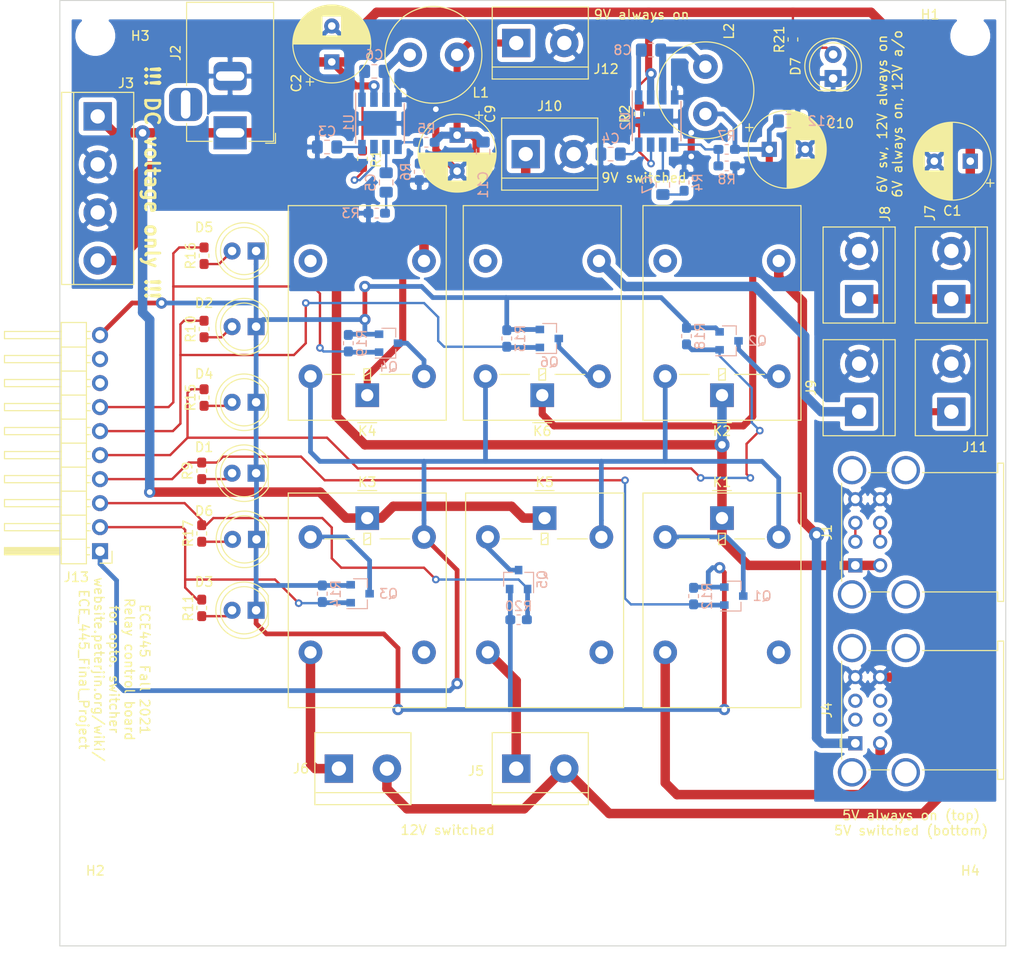
<source format=kicad_pcb>
(kicad_pcb (version 20171130) (host pcbnew 5.1.5+dfsg1-2build2)
  (layers (0 F.Cu signal) (31 B.Cu signal) (34 B.Paste user) (35 F.Paste user) (36 B.SilkS user) (37 F.SilkS user) (38 B.Mask user) (39 F.Mask user) (44 Edge.Cuts user))
  (net 0 "")
  (net 1 GND)
  (net 2 +12V)
  (net 3 "Net-(C3-Pad1)")
  (net 4 "Net-(C4-Pad1)")
  (net 5 "Net-(C5-Pad2)")
  (net 6 "Net-(C5-Pad1)")
  (net 7 "Net-(C6-Pad2)")
  (net 8 "Net-(C6-Pad1)")
  (net 9 "Net-(C7-Pad2)")
  (net 10 "Net-(C7-Pad1)")
  (net 11 "Net-(C8-Pad2)")
  (net 12 "Net-(C8-Pad1)")
  (net 13 +9V)
  (net 14 +6V)
  (net 15 "Net-(D1-Pad2)")
  (net 16 GNDREF)
  (net 17 "Net-(D2-Pad2)")
  (net 18 "Net-(D3-Pad2)")
  (net 19 "Net-(D4-Pad2)")
  (net 20 "Net-(D5-Pad2)")
  (net 21 "Net-(D6-Pad2)")
  (net 22 +5V)
  (net 23 "Net-(J1-Pad2)")
  (net 24 "Net-(J1-Pad6)")
  (net 25 "Net-(J2-Pad3)")
  (net 26 "Net-(J4-Pad1)")
  (net 27 "Net-(J4-Pad2)")
  (net 28 "Net-(J4-Pad3)")
  (net 29 "Net-(J4-Pad5)")
  (net 30 "Net-(J4-Pad6)")
  (net 31 "Net-(J4-Pad7)")
  (net 32 "Net-(J5-Pad1)")
  (net 33 "Net-(J6-Pad1)")
  (net 34 "Net-(J9-Pad1)")
  (net 35 "Net-(J10-Pad1)")
  (net 36 "Net-(J13-Pad9)")
  (net 37 "Net-(J13-Pad8)")
  (net 38 SW_9V)
  (net 39 SW_6V)
  (net 40 SW_5V_2)
  (net 41 SW_5V_1)
  (net 42 SW_12V_2)
  (net 43 SW_12V_1)
  (net 44 +5VP)
  (net 45 "Net-(K1-Pad4)")
  (net 46 "Net-(K1-Pad2)")
  (net 47 "Net-(K2-Pad4)")
  (net 48 "Net-(K2-Pad2)")
  (net 49 "Net-(K3-Pad4)")
  (net 50 "Net-(K3-Pad2)")
  (net 51 "Net-(K4-Pad4)")
  (net 52 "Net-(K4-Pad2)")
  (net 53 "Net-(K5-Pad4)")
  (net 54 "Net-(K5-Pad2)")
  (net 55 "Net-(K6-Pad4)")
  (net 56 "Net-(K6-Pad2)")
  (net 57 "Net-(R1-Pad2)")
  (net 58 "Net-(R2-Pad2)")
  (net 59 "Net-(R5-Pad2)")
  (net 60 "Net-(R7-Pad2)")
  (net 61 "Net-(D7-Pad2)")
  (module Resistor_SMD:R_0603_1608Metric_Pad1.05x0.95mm_HandSolder (layer F.Cu) (at 152.5 54.125 90)
    (fp_text reference R21 (at 0 -1.43 90) (layer F.SilkS))
    (fp_text value 1.5k)
    (pad 2 smd roundrect (at 0.875 0 90) (size 1.05 0.95) (layers F.Cu F.Paste F.Mask) (net 2 +12V))
    (pad 1 smd roundrect (at -0.875 0 90) (size 1.05 0.95) (layers F.Cu F.Paste F.Mask) (net 61 "Net-(D7-Pad2)"))
  )
  (module LED_THT:LED_D5.0mm (layer F.Cu) (at 156.75 58.25 90)
    (fp_text reference D7 (at 1.27 -3.96 90) (layer F.SilkS))
    (fp_text value LED)
    (pad 2 thru_hole circle (at 2.54 0 90) (size 1.8 1.8) (drill 0.9) (layers *.Cu *.Mask) (net 61 "Net-(D7-Pad2)"))
    (pad 1 thru_hole rect (at 0 0 90) (size 1.8 1.8) (drill 0.9) (layers *.Cu *.Mask) (net 1 GND))
  )
  (module MountingHole:MountingHole_3.2mm_M3 (layer F.Cu) (at 171.25 146.25)
    (fp_text reference H4 (at 0 -4.2) (layer F.SilkS))
    (fp_text value MountingHole)
    (pad 1 np_thru_hole circle (at 0 0) (size 3.2 3.2) (drill 3.2) (layers *.Cu *.Mask))
  )
  (module MountingHole:MountingHole_3.2mm_M3 (layer F.Cu) (at 78.75 53.75)
    (fp_text reference H3 (at 4.75 0) (layer F.SilkS))
    (fp_text value MountingHole)
    (pad 1 np_thru_hole circle (at 0 0) (size 3.2 3.2) (drill 3.2) (layers *.Cu *.Mask))
  )
  (module MountingHole:MountingHole_3.2mm_M3 (layer F.Cu) (at 78.75 146.25)
    (fp_text reference H2 (at 0 -4.2) (layer F.SilkS))
    (fp_text value MountingHole)
    (pad 1 np_thru_hole circle (at 0 0) (size 3.2 3.2) (drill 3.2) (layers *.Cu *.Mask))
  )
  (module MountingHole:MountingHole_3.2mm_M3 (layer F.Cu) (at 171.25 53.75)
    (fp_text reference H1 (at -4.25 -2.25) (layer F.SilkS))
    (fp_text value MountingHole)
    (pad 1 np_thru_hole circle (at 0 0) (size 3.2 3.2) (drill 3.2) (layers *.Cu *.Mask))
  )
  (module Package_SO:Diodes_SO-8EP (layer B.Cu) (at 138.095 62.7525 270)
    (fp_text reference U2 (at 0 3.3 90) (layer B.SilkS) (effects (justify mirror)))
    (fp_text value AP6502)
    (pad 9 smd rect (at 0 0 270) (size 2.613 3.502) (layers B.Cu B.Paste B.Mask) (net 1 GND))
    (pad 8 smd rect (at 2.4975 1.905 270) (size 1.505 0.802) (layers B.Cu B.Paste B.Mask) (net 4 "Net-(C4-Pad1)"))
    (pad 7 smd rect (at 2.4975 0.635 270) (size 1.505 0.802) (layers B.Cu B.Paste B.Mask) (net 58 "Net-(R2-Pad2)"))
    (pad 6 smd rect (at 2.4975 -0.635 270) (size 1.505 0.802) (layers B.Cu B.Paste B.Mask) (net 10 "Net-(C7-Pad1)"))
    (pad 5 smd rect (at 2.4975 -1.905 270) (size 1.505 0.802) (layers B.Cu B.Paste B.Mask) (net 60 "Net-(R7-Pad2)"))
    (pad 4 smd rect (at -2.4975 -1.905 270) (size 1.505 0.802) (layers B.Cu B.Paste B.Mask) (net 1 GND))
    (pad 3 smd rect (at -2.4975 -0.635 270) (size 1.505 0.802) (layers B.Cu B.Paste B.Mask) (net 11 "Net-(C8-Pad2)"))
    (pad 2 smd rect (at -2.4975 0.635 270) (size 1.505 0.802) (layers B.Cu B.Paste B.Mask) (net 2 +12V))
    (pad 1 smd rect (at -2.4975 1.905 270) (size 1.505 0.802) (layers B.Cu B.Paste B.Mask) (net 12 "Net-(C8-Pad1)"))
  )
  (module Package_SO:Diodes_SO-8EP (layer B.Cu) (at 108.845 62.9975 270)
    (fp_text reference U1 (at 0 3.3 90) (layer B.SilkS) (effects (justify mirror)))
    (fp_text value AP6502)
    (pad 9 smd rect (at 0 0 270) (size 2.613 3.502) (layers B.Cu B.Paste B.Mask) (net 1 GND))
    (pad 8 smd rect (at 2.4975 1.905 270) (size 1.505 0.802) (layers B.Cu B.Paste B.Mask) (net 3 "Net-(C3-Pad1)"))
    (pad 7 smd rect (at 2.4975 0.635 270) (size 1.505 0.802) (layers B.Cu B.Paste B.Mask) (net 57 "Net-(R1-Pad2)"))
    (pad 6 smd rect (at 2.4975 -0.635 270) (size 1.505 0.802) (layers B.Cu B.Paste B.Mask) (net 6 "Net-(C5-Pad1)"))
    (pad 5 smd rect (at 2.4975 -1.905 270) (size 1.505 0.802) (layers B.Cu B.Paste B.Mask) (net 59 "Net-(R5-Pad2)"))
    (pad 4 smd rect (at -2.4975 -1.905 270) (size 1.505 0.802) (layers B.Cu B.Paste B.Mask) (net 1 GND))
    (pad 3 smd rect (at -2.4975 -0.635 270) (size 1.505 0.802) (layers B.Cu B.Paste B.Mask) (net 7 "Net-(C6-Pad2)"))
    (pad 2 smd rect (at -2.4975 0.635 270) (size 1.505 0.802) (layers B.Cu B.Paste B.Mask) (net 2 +12V))
    (pad 1 smd rect (at -2.4975 1.905 270) (size 1.505 0.802) (layers B.Cu B.Paste B.Mask) (net 8 "Net-(C6-Pad1)"))
  )
  (module Resistor_SMD:R_0603_1608Metric_Pad1.05x0.95mm_HandSolder (layer B.Cu) (at 123.5 115.5 180)
    (fp_text reference R20 (at 0 1.43) (layer B.SilkS) (effects (justify mirror)))
    (fp_text value 15k)
    (pad 2 smd roundrect (at 0.875 0 180) (size 1.05 0.95) (layers B.Cu B.Paste B.Mask) (net 16 GNDREF))
    (pad 1 smd roundrect (at -0.875 0 180) (size 1.05 0.95) (layers B.Cu B.Paste B.Mask) (net 42 SW_12V_2))
  )
  (module Resistor_SMD:R_0603_1608Metric_Pad1.05x0.95mm_HandSolder (layer B.Cu) (at 105.5 86.25 90)
    (fp_text reference R19 (at 0 1.43 270) (layer B.SilkS) (effects (justify mirror)))
    (fp_text value 15k)
    (pad 2 smd roundrect (at 0.875 0 90) (size 1.05 0.95) (layers B.Cu B.Paste B.Mask) (net 16 GNDREF))
    (pad 1 smd roundrect (at -0.875 0 90) (size 1.05 0.95) (layers B.Cu B.Paste B.Mask) (net 38 SW_9V))
  )
  (module Resistor_SMD:R_0603_1608Metric_Pad1.05x0.95mm_HandSolder (layer B.Cu) (at 141.25 85.5 90)
    (fp_text reference R18 (at 0 1.43 90) (layer B.SilkS) (effects (justify mirror)))
    (fp_text value 15k)
    (pad 2 smd roundrect (at 0.875 0 90) (size 1.05 0.95) (layers B.Cu B.Paste B.Mask) (net 16 GNDREF))
    (pad 1 smd roundrect (at -0.875 0 90) (size 1.05 0.95) (layers B.Cu B.Paste B.Mask) (net 40 SW_5V_2))
  )
  (module Resistor_SMD:R_0603_1608Metric_Pad1.05x0.95mm_HandSolder (layer F.Cu) (at 90 106.375 90)
    (fp_text reference R17 (at 0 -1.43 90) (layer F.SilkS))
    (fp_text value 220)
    (pad 2 smd roundrect (at 0.875 0 90) (size 1.05 0.95) (layers F.Cu F.Paste F.Mask) (net 42 SW_12V_2))
    (pad 1 smd roundrect (at -0.875 0 90) (size 1.05 0.95) (layers F.Cu F.Paste F.Mask) (net 21 "Net-(D6-Pad2)"))
  )
  (module Resistor_SMD:R_0603_1608Metric_Pad1.05x0.95mm_HandSolder (layer F.Cu) (at 90.25 77 90)
    (fp_text reference R16 (at 0 -1.43 90) (layer F.SilkS))
    (fp_text value 220)
    (pad 2 smd roundrect (at 0.875 0 90) (size 1.05 0.95) (layers F.Cu F.Paste F.Mask) (net 38 SW_9V))
    (pad 1 smd roundrect (at -0.875 0 90) (size 1.05 0.95) (layers F.Cu F.Paste F.Mask) (net 20 "Net-(D5-Pad2)"))
  )
  (module Resistor_SMD:R_0603_1608Metric_Pad1.05x0.95mm_HandSolder (layer F.Cu) (at 90.25 92 90)
    (fp_text reference R15 (at 0 -1.43 90) (layer F.SilkS))
    (fp_text value 220)
    (pad 2 smd roundrect (at 0.875 0 90) (size 1.05 0.95) (layers F.Cu F.Paste F.Mask) (net 40 SW_5V_2))
    (pad 1 smd roundrect (at -0.875 0 90) (size 1.05 0.95) (layers F.Cu F.Paste F.Mask) (net 19 "Net-(D4-Pad2)"))
  )
  (module Resistor_SMD:R_0603_1608Metric_Pad1.05x0.95mm_HandSolder (layer B.Cu) (at 102.75 112.75 90)
    (fp_text reference R14 (at 0 1.43 270) (layer B.SilkS) (effects (justify mirror)))
    (fp_text value 15k)
    (pad 2 smd roundrect (at 0.875 0 90) (size 1.05 0.95) (layers B.Cu B.Paste B.Mask) (net 16 GNDREF))
    (pad 1 smd roundrect (at -0.875 0 90) (size 1.05 0.95) (layers B.Cu B.Paste B.Mask) (net 43 SW_12V_1))
  )
  (module Resistor_SMD:R_0603_1608Metric_Pad1.05x0.95mm_HandSolder (layer B.Cu) (at 122.25 85.75 90)
    (fp_text reference R13 (at 0 1.43 270) (layer B.SilkS) (effects (justify mirror)))
    (fp_text value 15k)
    (pad 2 smd roundrect (at 0.875 0 90) (size 1.05 0.95) (layers B.Cu B.Paste B.Mask) (net 16 GNDREF))
    (pad 1 smd roundrect (at -0.875 0 90) (size 1.05 0.95) (layers B.Cu B.Paste B.Mask) (net 39 SW_6V))
  )
  (module Resistor_SMD:R_0603_1608Metric_Pad1.05x0.95mm_HandSolder (layer B.Cu) (at 142 113 90)
    (fp_text reference R12 (at 0 1.43 270) (layer B.SilkS) (effects (justify mirror)))
    (fp_text value 15k)
    (pad 2 smd roundrect (at 0.875 0 90) (size 1.05 0.95) (layers B.Cu B.Paste B.Mask) (net 16 GNDREF))
    (pad 1 smd roundrect (at -0.875 0 90) (size 1.05 0.95) (layers B.Cu B.Paste B.Mask) (net 41 SW_5V_1))
  )
  (module Resistor_SMD:R_0603_1608Metric_Pad1.05x0.95mm_HandSolder (layer F.Cu) (at 90 114.25 90)
    (fp_text reference R11 (at 0 -1.43 90) (layer F.SilkS))
    (fp_text value 220)
    (pad 2 smd roundrect (at 0.875 0 90) (size 1.05 0.95) (layers F.Cu F.Paste F.Mask) (net 43 SW_12V_1))
    (pad 1 smd roundrect (at -0.875 0 90) (size 1.05 0.95) (layers F.Cu F.Paste F.Mask) (net 18 "Net-(D3-Pad2)"))
  )
  (module Resistor_SMD:R_0603_1608Metric_Pad1.05x0.95mm_HandSolder (layer F.Cu) (at 90.25 84.75 90)
    (fp_text reference R10 (at 0 -1.43 90) (layer F.SilkS))
    (fp_text value 220)
    (pad 2 smd roundrect (at 0.875 0 90) (size 1.05 0.95) (layers F.Cu F.Paste F.Mask) (net 39 SW_6V))
    (pad 1 smd roundrect (at -0.875 0 90) (size 1.05 0.95) (layers F.Cu F.Paste F.Mask) (net 17 "Net-(D2-Pad2)"))
  )
  (module Resistor_SMD:R_0603_1608Metric_Pad1.05x0.95mm_HandSolder (layer F.Cu) (at 90 99.75 90)
    (fp_text reference R9 (at 0 -1.5 90) (layer F.SilkS))
    (fp_text value 220)
    (pad 2 smd roundrect (at 0.875 0 90) (size 1.05 0.95) (layers F.Cu F.Paste F.Mask) (net 41 SW_5V_1))
    (pad 1 smd roundrect (at -0.875 0 90) (size 1.05 0.95) (layers F.Cu F.Paste F.Mask) (net 15 "Net-(D1-Pad2)"))
  )
  (module Resistor_SMD:R_0603_1608Metric_Pad1.05x0.95mm_HandSolder (layer B.Cu) (at 145.5 67.5)
    (fp_text reference R8 (at 0 1.43) (layer B.SilkS) (effects (justify mirror)))
    (fp_text value 8.2k)
    (pad 2 smd roundrect (at 0.875 0) (size 1.05 0.95) (layers B.Cu B.Paste B.Mask) (net 1 GND))
    (pad 1 smd roundrect (at -0.875 0) (size 1.05 0.95) (layers B.Cu B.Paste B.Mask) (net 60 "Net-(R7-Pad2)"))
  )
  (module Resistor_SMD:R_0603_1608Metric_Pad1.05x0.95mm_HandSolder (layer B.Cu) (at 145.5 65.75 180)
    (fp_text reference R7 (at 0 1.43) (layer B.SilkS) (effects (justify mirror)))
    (fp_text value 47k)
    (pad 2 smd roundrect (at 0.875 0 180) (size 1.05 0.95) (layers B.Cu B.Paste B.Mask) (net 60 "Net-(R7-Pad2)"))
    (pad 1 smd roundrect (at -0.875 0 180) (size 1.05 0.95) (layers B.Cu B.Paste B.Mask) (net 14 +6V))
  )
  (module Resistor_SMD:R_0603_1608Metric_Pad1.05x0.95mm_HandSolder (layer B.Cu) (at 113 68.125 270)
    (fp_text reference R6 (at 0 1.43 90) (layer B.SilkS) (effects (justify mirror)))
    (fp_text value 10k)
    (pad 1 smd roundrect (at -0.875 0 270) (size 1.05 0.95) (layers B.Cu B.Paste B.Mask) (net 59 "Net-(R5-Pad2)"))
    (pad 2 smd roundrect (at 0.875 0 270) (size 1.05 0.95) (layers B.Cu B.Paste B.Mask) (net 1 GND))
  )
  (module Resistor_SMD:R_0603_1608Metric_Pad1.05x0.95mm_HandSolder (layer B.Cu) (at 113.75 65 180)
    (fp_text reference R5 (at 0 1.43) (layer B.SilkS) (effects (justify mirror)))
    (fp_text value 91k)
    (pad 2 smd roundrect (at 0.875 0 180) (size 1.05 0.95) (layers B.Cu B.Paste B.Mask) (net 59 "Net-(R5-Pad2)"))
    (pad 1 smd roundrect (at -0.875 0 180) (size 1.05 0.95) (layers B.Cu B.Paste B.Mask) (net 13 +9V))
  )
  (module Resistor_SMD:R_0603_1608Metric_Pad1.05x0.95mm_HandSolder (layer B.Cu) (at 141 69.25 90)
    (fp_text reference R4 (at 0 1.43 90) (layer B.SilkS) (effects (justify mirror)))
    (fp_text value 6.8k)
    (pad 2 smd roundrect (at 0.875 0 90) (size 1.05 0.95) (layers B.Cu B.Paste B.Mask) (net 1 GND))
    (pad 1 smd roundrect (at -0.875 0 90) (size 1.05 0.95) (layers B.Cu B.Paste B.Mask) (net 9 "Net-(C7-Pad2)"))
  )
  (module Resistor_SMD:R_0603_1608Metric_Pad1.05x0.95mm_HandSolder (layer B.Cu) (at 108.5 72.5 180)
    (fp_text reference R3 (at 2.75 0) (layer B.SilkS) (effects (justify mirror)))
    (fp_text value 6.8k)
    (pad 2 smd roundrect (at 0.875 0 180) (size 1.05 0.95) (layers B.Cu B.Paste B.Mask) (net 1 GND))
    (pad 1 smd roundrect (at -0.875 0 180) (size 1.05 0.95) (layers B.Cu B.Paste B.Mask) (net 5 "Net-(C5-Pad2)"))
  )
  (module Resistor_SMD:R_0603_1608Metric_Pad1.05x0.95mm_HandSolder (layer F.Cu) (at 136.25 62 270)
    (fp_text reference R2 (at 0 1.5 90) (layer F.SilkS))
    (fp_text value 100k)
    (pad 2 smd roundrect (at 0.875 0 270) (size 1.05 0.95) (layers F.Cu F.Paste F.Mask) (net 58 "Net-(R2-Pad2)"))
    (pad 1 smd roundrect (at -0.875 0 270) (size 1.05 0.95) (layers F.Cu F.Paste F.Mask) (net 2 +12V))
  )
  (module Resistor_SMD:R_0603_1608Metric_Pad1.05x0.95mm_HandSolder (layer F.Cu) (at 107 66.75 270)
    (fp_text reference R1 (at 0 -1.43 90) (layer F.SilkS))
    (fp_text value 100k)
    (pad 2 smd roundrect (at 0.875 0 270) (size 1.05 0.95) (layers F.Cu F.Paste F.Mask) (net 57 "Net-(R1-Pad2)"))
    (pad 1 smd roundrect (at -0.875 0 270) (size 1.05 0.95) (layers F.Cu F.Paste F.Mask) (net 2 +12V))
  )
  (module Package_TO_SOT_SMD:SOT-23 (layer B.Cu) (at 126.75 85.75)
    (fp_text reference Q6 (at 0 2.5) (layer B.SilkS) (effects (justify mirror)))
    (fp_text value DMG3414U)
    (pad 3 smd rect (at 1 0) (size 0.9 0.8) (layers B.Cu B.Paste B.Mask) (net 56 "Net-(K6-Pad2)"))
    (pad 2 smd rect (at -1 -0.95) (size 0.9 0.8) (layers B.Cu B.Paste B.Mask) (net 16 GNDREF))
    (pad 1 smd rect (at -1 0.95) (size 0.9 0.8) (layers B.Cu B.Paste B.Mask) (net 39 SW_6V))
  )
  (module Package_TO_SOT_SMD:SOT-23 (layer B.Cu) (at 123.5 111.25 90)
    (fp_text reference Q5 (at 0 2.5 270) (layer B.SilkS) (effects (justify mirror)))
    (fp_text value DMG3414U)
    (pad 3 smd rect (at 1 0 90) (size 0.9 0.8) (layers B.Cu B.Paste B.Mask) (net 54 "Net-(K5-Pad2)"))
    (pad 2 smd rect (at -1 -0.95 90) (size 0.9 0.8) (layers B.Cu B.Paste B.Mask) (net 16 GNDREF))
    (pad 1 smd rect (at -1 0.95 90) (size 0.9 0.8) (layers B.Cu B.Paste B.Mask) (net 42 SW_12V_2))
  )
  (module Package_TO_SOT_SMD:SOT-23 (layer B.Cu) (at 109.75 86.25)
    (fp_text reference Q4 (at 0 2.5) (layer B.SilkS) (effects (justify mirror)))
    (fp_text value DMG3414U)
    (pad 3 smd rect (at 1 0) (size 0.9 0.8) (layers B.Cu B.Paste B.Mask) (net 52 "Net-(K4-Pad2)"))
    (pad 2 smd rect (at -1 -0.95) (size 0.9 0.8) (layers B.Cu B.Paste B.Mask) (net 16 GNDREF))
    (pad 1 smd rect (at -1 0.95) (size 0.9 0.8) (layers B.Cu B.Paste B.Mask) (net 38 SW_9V))
  )
  (module Package_TO_SOT_SMD:SOT-23 (layer B.Cu) (at 106.75 112.75)
    (fp_text reference Q3 (at 3 0) (layer B.SilkS) (effects (justify mirror)))
    (fp_text value DMG3414U)
    (pad 3 smd rect (at 1 0) (size 0.9 0.8) (layers B.Cu B.Paste B.Mask) (net 50 "Net-(K3-Pad2)"))
    (pad 2 smd rect (at -1 -0.95) (size 0.9 0.8) (layers B.Cu B.Paste B.Mask) (net 16 GNDREF))
    (pad 1 smd rect (at -1 0.95) (size 0.9 0.8) (layers B.Cu B.Paste B.Mask) (net 43 SW_12V_1))
  )
  (module Package_TO_SOT_SMD:SOT-23 (layer B.Cu) (at 145.75 86)
    (fp_text reference Q2 (at 3 0) (layer B.SilkS) (effects (justify mirror)))
    (fp_text value DMG3414U)
    (pad 3 smd rect (at 1 0) (size 0.9 0.8) (layers B.Cu B.Paste B.Mask) (net 48 "Net-(K2-Pad2)"))
    (pad 2 smd rect (at -1 -0.95) (size 0.9 0.8) (layers B.Cu B.Paste B.Mask) (net 16 GNDREF))
    (pad 1 smd rect (at -1 0.95) (size 0.9 0.8) (layers B.Cu B.Paste B.Mask) (net 40 SW_5V_2))
  )
  (module Package_TO_SOT_SMD:SOT-23 (layer B.Cu) (at 146.25 113)
    (fp_text reference Q1 (at 3 0) (layer B.SilkS) (effects (justify mirror)))
    (fp_text value DMG3414U)
    (pad 3 smd rect (at 1 0) (size 0.9 0.8) (layers B.Cu B.Paste B.Mask) (net 46 "Net-(K1-Pad2)"))
    (pad 2 smd rect (at -1 -0.95) (size 0.9 0.8) (layers B.Cu B.Paste B.Mask) (net 16 GNDREF))
    (pad 1 smd rect (at -1 0.95) (size 0.9 0.8) (layers B.Cu B.Paste B.Mask) (net 41 SW_5V_1))
  )
  (module Inductor_THT:L_Radial_D10.0mm_P5.00mm_Fastron_07M (layer F.Cu) (at 143.25 57 270)
    (fp_text reference L2 (at -3.75 -2.5 90) (layer F.SilkS))
    (fp_text value 12uH)
    (pad 2 thru_hole circle (at 5 0 270) (size 2.6 2.6) (drill 1.3) (layers *.Cu *.Mask) (net 14 +6V))
    (pad 1 thru_hole circle (at 0 0 270) (size 2.6 2.6) (drill 1.3) (layers *.Cu *.Mask) (net 11 "Net-(C8-Pad2)"))
  )
  (module Inductor_THT:L_Radial_D10.0mm_P5.00mm_Fastron_07M (layer F.Cu) (at 112 55.75)
    (fp_text reference L1 (at 7.5 4) (layer F.SilkS))
    (fp_text value 12uH)
    (pad 2 thru_hole circle (at 5 0) (size 2.6 2.6) (drill 1.3) (layers *.Cu *.Mask) (net 13 +9V))
    (pad 1 thru_hole circle (at 0 0) (size 2.6 2.6) (drill 1.3) (layers *.Cu *.Mask) (net 7 "Net-(C6-Pad2)"))
  )
  (module Relay_THT:Relay_SPDT_Omron-G5LE-1 (layer F.Cu) (at 126 91.75 180)
    (fp_text reference K6 (at 0 -3.8) (layer F.SilkS))
    (fp_text value G5LE-1)
    (pad 5 thru_hole oval (at 6 2 180) (size 2.5 2.5) (drill 1.3) (layers *.Cu *.Mask) (net 44 +5VP))
    (pad 4 thru_hole oval (at 6 14.2 180) (size 2.5 2.5) (drill 1.3) (layers *.Cu *.Mask) (net 55 "Net-(K6-Pad4)"))
    (pad 3 thru_hole oval (at -6 14.2 180) (size 2.5 2.5) (drill 1.3) (layers *.Cu *.Mask) (net 34 "Net-(J9-Pad1)"))
    (pad 2 thru_hole oval (at -6 2 180) (size 2.5 2.5) (drill 1.3) (layers *.Cu *.Mask) (net 56 "Net-(K6-Pad2)"))
    (pad 1 thru_hole rect (at 0 0 180) (size 2.5 2.5) (drill 1.3) (layers *.Cu *.Mask) (net 14 +6V))
  )
  (module Relay_THT:Relay_SPDT_Omron-G5LE-1 (layer F.Cu) (at 126.25 104.75)
    (fp_text reference K5 (at 0 -3.8) (layer F.SilkS))
    (fp_text value G5LE-1)
    (pad 5 thru_hole oval (at 6 2) (size 2.5 2.5) (drill 1.3) (layers *.Cu *.Mask) (net 44 +5VP))
    (pad 4 thru_hole oval (at 6 14.2) (size 2.5 2.5) (drill 1.3) (layers *.Cu *.Mask) (net 53 "Net-(K5-Pad4)"))
    (pad 3 thru_hole oval (at -6 14.2) (size 2.5 2.5) (drill 1.3) (layers *.Cu *.Mask) (net 32 "Net-(J5-Pad1)"))
    (pad 2 thru_hole oval (at -6 2) (size 2.5 2.5) (drill 1.3) (layers *.Cu *.Mask) (net 54 "Net-(K5-Pad2)"))
    (pad 1 thru_hole rect (at 0 0) (size 2.5 2.5) (drill 1.3) (layers *.Cu *.Mask) (net 2 +12V))
  )
  (module Relay_THT:Relay_SPDT_Omron-G5LE-1 (layer F.Cu) (at 107.5 91.75 180)
    (fp_text reference K4 (at 0 -3.8) (layer F.SilkS))
    (fp_text value G5LE-1)
    (pad 5 thru_hole oval (at 6 2 180) (size 2.5 2.5) (drill 1.3) (layers *.Cu *.Mask) (net 44 +5VP))
    (pad 4 thru_hole oval (at 6 14.2 180) (size 2.5 2.5) (drill 1.3) (layers *.Cu *.Mask) (net 51 "Net-(K4-Pad4)"))
    (pad 3 thru_hole oval (at -6 14.2 180) (size 2.5 2.5) (drill 1.3) (layers *.Cu *.Mask) (net 35 "Net-(J10-Pad1)"))
    (pad 2 thru_hole oval (at -6 2 180) (size 2.5 2.5) (drill 1.3) (layers *.Cu *.Mask) (net 52 "Net-(K4-Pad2)"))
    (pad 1 thru_hole rect (at 0 0 180) (size 2.5 2.5) (drill 1.3) (layers *.Cu *.Mask) (net 13 +9V))
  )
  (module Relay_THT:Relay_SPDT_Omron-G5LE-1 (layer F.Cu) (at 107.5 104.75)
    (fp_text reference K3 (at 0 -3.8) (layer F.SilkS))
    (fp_text value G5LE-1)
    (pad 5 thru_hole oval (at 6 2) (size 2.5 2.5) (drill 1.3) (layers *.Cu *.Mask) (net 44 +5VP))
    (pad 4 thru_hole oval (at 6 14.2) (size 2.5 2.5) (drill 1.3) (layers *.Cu *.Mask) (net 49 "Net-(K3-Pad4)"))
    (pad 3 thru_hole oval (at -6 14.2) (size 2.5 2.5) (drill 1.3) (layers *.Cu *.Mask) (net 33 "Net-(J6-Pad1)"))
    (pad 2 thru_hole oval (at -6 2) (size 2.5 2.5) (drill 1.3) (layers *.Cu *.Mask) (net 50 "Net-(K3-Pad2)"))
    (pad 1 thru_hole rect (at 0 0) (size 2.5 2.5) (drill 1.3) (layers *.Cu *.Mask) (net 2 +12V))
  )
  (module Relay_THT:Relay_SPDT_Omron-G5LE-1 (layer F.Cu) (at 145 91.75 180)
    (fp_text reference K2 (at 0 -3.8) (layer F.SilkS))
    (fp_text value G5LE-1)
    (pad 5 thru_hole oval (at 6 2 180) (size 2.5 2.5) (drill 1.3) (layers *.Cu *.Mask) (net 44 +5VP))
    (pad 4 thru_hole oval (at 6 14.2 180) (size 2.5 2.5) (drill 1.3) (layers *.Cu *.Mask) (net 47 "Net-(K2-Pad4)"))
    (pad 3 thru_hole oval (at -6 14.2 180) (size 2.5 2.5) (drill 1.3) (layers *.Cu *.Mask) (net 26 "Net-(J4-Pad1)"))
    (pad 2 thru_hole oval (at -6 2 180) (size 2.5 2.5) (drill 1.3) (layers *.Cu *.Mask) (net 48 "Net-(K2-Pad2)"))
    (pad 1 thru_hole rect (at 0 0 180) (size 2.5 2.5) (drill 1.3) (layers *.Cu *.Mask) (net 22 +5V))
  )
  (module Relay_THT:Relay_SPDT_Omron-G5LE-1 (layer F.Cu) (at 145 104.75)
    (fp_text reference K1 (at 0 -3.8) (layer F.SilkS))
    (fp_text value G5LE-1)
    (pad 5 thru_hole oval (at 6 2) (size 2.5 2.5) (drill 1.3) (layers *.Cu *.Mask) (net 44 +5VP))
    (pad 4 thru_hole oval (at 6 14.2) (size 2.5 2.5) (drill 1.3) (layers *.Cu *.Mask) (net 45 "Net-(K1-Pad4)"))
    (pad 3 thru_hole oval (at -6 14.2) (size 2.5 2.5) (drill 1.3) (layers *.Cu *.Mask) (net 29 "Net-(J4-Pad5)"))
    (pad 2 thru_hole oval (at -6 2) (size 2.5 2.5) (drill 1.3) (layers *.Cu *.Mask) (net 46 "Net-(K1-Pad2)"))
    (pad 1 thru_hole rect (at 0 0) (size 2.5 2.5) (drill 1.3) (layers *.Cu *.Mask) (net 22 +5V))
  )
  (module Connector_PinHeader_2.54mm:PinHeader_1x10_P2.54mm_Horizontal (layer F.Cu) (at 79.25 108.25 180)
    (fp_text reference J13 (at 2.5 -2.75) (layer F.SilkS))
    (fp_text value Conn_01x10)
    (pad 10 thru_hole oval (at 0 22.86 180) (size 1.7 1.7) (drill 1) (layers *.Cu *.Mask) (net 16 GNDREF))
    (pad 9 thru_hole oval (at 0 20.32 180) (size 1.7 1.7) (drill 1) (layers *.Cu *.Mask) (net 36 "Net-(J13-Pad9)"))
    (pad 8 thru_hole oval (at 0 17.78 180) (size 1.7 1.7) (drill 1) (layers *.Cu *.Mask) (net 37 "Net-(J13-Pad8)"))
    (pad 7 thru_hole oval (at 0 15.24 180) (size 1.7 1.7) (drill 1) (layers *.Cu *.Mask) (net 38 SW_9V))
    (pad 6 thru_hole oval (at 0 12.7 180) (size 1.7 1.7) (drill 1) (layers *.Cu *.Mask) (net 39 SW_6V))
    (pad 5 thru_hole oval (at 0 10.16 180) (size 1.7 1.7) (drill 1) (layers *.Cu *.Mask) (net 40 SW_5V_2))
    (pad 4 thru_hole oval (at 0 7.62 180) (size 1.7 1.7) (drill 1) (layers *.Cu *.Mask) (net 41 SW_5V_1))
    (pad 3 thru_hole oval (at 0 5.08 180) (size 1.7 1.7) (drill 1) (layers *.Cu *.Mask) (net 42 SW_12V_2))
    (pad 2 thru_hole oval (at 0 2.54 180) (size 1.7 1.7) (drill 1) (layers *.Cu *.Mask) (net 43 SW_12V_1))
    (pad 1 thru_hole rect (at 0 0 180) (size 1.7 1.7) (drill 1) (layers *.Cu *.Mask) (net 44 +5VP))
  )
  (module TerminalBlock:TerminalBlock_bornier-2_P5.08mm (layer F.Cu) (at 123.25 54.5)
    (fp_text reference J12 (at 9.5 2.75) (layer F.SilkS))
    (fp_text value Conn_01x02)
    (pad 2 thru_hole circle (at 5.08 0) (size 3 3) (drill 1.52) (layers *.Cu *.Mask) (net 1 GND))
    (pad 1 thru_hole rect (at 0 0) (size 3 3) (drill 1.52) (layers *.Cu *.Mask) (net 13 +9V))
  )
  (module TerminalBlock:TerminalBlock_bornier-2_P5.08mm (layer F.Cu) (at 169.25 93.5 90)
    (fp_text reference J11 (at -3.75 2.5 180) (layer F.SilkS))
    (fp_text value Conn_01x02)
    (pad 2 thru_hole circle (at 5.08 0 90) (size 3 3) (drill 1.52) (layers *.Cu *.Mask) (net 1 GND))
    (pad 1 thru_hole rect (at 0 0 90) (size 3 3) (drill 1.52) (layers *.Cu *.Mask) (net 14 +6V))
  )
  (module TerminalBlock:TerminalBlock_bornier-2_P5.08mm (layer F.Cu) (at 124.25 66.25)
    (fp_text reference J10 (at 2.54 -5.08) (layer F.SilkS))
    (fp_text value Conn_01x02)
    (pad 2 thru_hole circle (at 5.08 0) (size 3 3) (drill 1.52) (layers *.Cu *.Mask) (net 1 GND))
    (pad 1 thru_hole rect (at 0 0) (size 3 3) (drill 1.52) (layers *.Cu *.Mask) (net 35 "Net-(J10-Pad1)"))
  )
  (module TerminalBlock:TerminalBlock_bornier-2_P5.08mm (layer F.Cu) (at 159.5 93.5 90)
    (fp_text reference J9 (at 2.54 -5.08 90) (layer F.SilkS))
    (fp_text value Conn_01x02)
    (pad 2 thru_hole circle (at 5.08 0 90) (size 3 3) (drill 1.52) (layers *.Cu *.Mask) (net 1 GND))
    (pad 1 thru_hole rect (at 0 0 90) (size 3 3) (drill 1.52) (layers *.Cu *.Mask) (net 34 "Net-(J9-Pad1)"))
  )
  (module TerminalBlock:TerminalBlock_bornier-2_P5.08mm (layer F.Cu) (at 159.5 81.58 90)
    (fp_text reference J8 (at 9 2.75 90) (layer F.SilkS))
    (fp_text value Conn_01x02)
    (pad 2 thru_hole circle (at 5.08 0 90) (size 3 3) (drill 1.52) (layers *.Cu *.Mask) (net 1 GND))
    (pad 1 thru_hole rect (at 0 0 90) (size 3 3) (drill 1.52) (layers *.Cu *.Mask) (net 2 +12V))
  )
  (module TerminalBlock:TerminalBlock_bornier-2_P5.08mm (layer F.Cu) (at 169.25 81.58 90)
    (fp_text reference J7 (at 9.08 -2.25 90) (layer F.SilkS))
    (fp_text value Conn_01x02)
    (pad 2 thru_hole circle (at 5.08 0 90) (size 3 3) (drill 1.52) (layers *.Cu *.Mask) (net 1 GND))
    (pad 1 thru_hole rect (at 0 0 90) (size 3 3) (drill 1.52) (layers *.Cu *.Mask) (net 2 +12V))
  )
  (module TerminalBlock:TerminalBlock_bornier-2_P5.08mm (layer F.Cu) (at 104.5 131.25)
    (fp_text reference J6 (at -4 0) (layer F.SilkS))
    (fp_text value Conn_01x02)
    (pad 2 thru_hole circle (at 5.08 0) (size 3 3) (drill 1.52) (layers *.Cu *.Mask) (net 1 GND))
    (pad 1 thru_hole rect (at 0 0) (size 3 3) (drill 1.52) (layers *.Cu *.Mask) (net 33 "Net-(J6-Pad1)"))
  )
  (module TerminalBlock:TerminalBlock_bornier-2_P5.08mm (layer F.Cu) (at 123.25 131.25)
    (fp_text reference J5 (at -4.25 0.25) (layer F.SilkS))
    (fp_text value Conn_01x02)
    (pad 2 thru_hole circle (at 5.08 0) (size 3 3) (drill 1.52) (layers *.Cu *.Mask) (net 1 GND))
    (pad 1 thru_hole rect (at 0 0) (size 3 3) (drill 1.52) (layers *.Cu *.Mask) (net 32 "Net-(J5-Pad1)"))
  )
  (module Connector_USB:USB_A_Wuerth_61400826021_Horizontal_Stacked (layer F.Cu) (at 159.1 128.57 90)
    (fp_text reference J4 (at 3.5 -3 90) (layer F.SilkS))
    (fp_text value Conn_02x04_Top_Bottom)
    (pad 9 thru_hole circle (at 10.07 -0.35 90) (size 3 3) (drill 2.3) (layers *.Cu *.Mask))
    (pad 9 thru_hole circle (at -3.07 -0.35 90) (size 3 3) (drill 2.3) (layers *.Cu *.Mask))
    (pad 1 thru_hole rect (at 0 0 90) (size 1.5 1.5) (drill 0.92) (layers *.Cu *.Mask) (net 26 "Net-(J4-Pad1)"))
    (pad 2 thru_hole circle (at 2.5 0 90) (size 1.5 1.5) (drill 0.92) (layers *.Cu *.Mask) (net 27 "Net-(J4-Pad2)"))
    (pad 3 thru_hole circle (at 4.5 0 90) (size 1.5 1.5) (drill 0.92) (layers *.Cu *.Mask) (net 28 "Net-(J4-Pad3)"))
    (pad 4 thru_hole circle (at 7 0 90) (size 1.5 1.5) (drill 0.92) (layers *.Cu *.Mask) (net 1 GND))
    (pad 9 thru_hole circle (at -3.07 5.33 90) (size 3 3) (drill 2.3) (layers *.Cu *.Mask))
    (pad 9 thru_hole circle (at 10.07 5.33 90) (size 3 3) (drill 2.3) (layers *.Cu *.Mask))
    (pad 5 thru_hole circle (at 0 2.62 90) (size 1.5 1.5) (drill 0.92) (layers *.Cu *.Mask) (net 29 "Net-(J4-Pad5)"))
    (pad 6 thru_hole circle (at 2.5 2.62 90) (size 1.5 1.5) (drill 0.92) (layers *.Cu *.Mask) (net 30 "Net-(J4-Pad6)"))
    (pad 7 thru_hole circle (at 4.5 2.62 90) (size 1.5 1.5) (drill 0.92) (layers *.Cu *.Mask) (net 31 "Net-(J4-Pad7)"))
    (pad 8 thru_hole circle (at 7 2.62 90) (size 1.5 1.5) (drill 0.92) (layers *.Cu *.Mask) (net 1 GND))
  )
  (module TerminalBlock:TerminalBlock_bornier-4_P5.08mm (layer F.Cu) (at 79 62.26 270)
    (fp_text reference J3 (at -3.51 -3 180) (layer F.SilkS))
    (fp_text value Conn_01x04)
    (pad 4 thru_hole circle (at 15.24 0 270) (size 3 3) (drill 1.52) (layers *.Cu *.Mask) (net 22 +5V))
    (pad 1 thru_hole rect (at 0 0 270) (size 3 3) (drill 1.52) (layers *.Cu *.Mask) (net 2 +12V))
    (pad 3 thru_hole circle (at 10.16 0 270) (size 3 3) (drill 1.52) (layers *.Cu *.Mask) (net 1 GND))
    (pad 2 thru_hole circle (at 5.08 0 270) (size 3 3) (drill 1.52) (layers *.Cu *.Mask) (net 1 GND))
  )
  (module Connector_BarrelJack:BarrelJack_Horizontal (layer F.Cu) (at 93 64 270)
    (fp_text reference J2 (at -8.45 5.75 90) (layer F.SilkS))
    (fp_text value Barrel_Jack_Switch)
    (pad 3 thru_hole roundrect (at -3 4.7 270) (size 3.5 3.5) (drill oval 3 1) (layers *.Cu *.Mask) (net 25 "Net-(J2-Pad3)"))
    (pad 2 thru_hole roundrect (at -6 0 270) (size 3 3.5) (drill oval 1 3) (layers *.Cu *.Mask) (net 1 GND))
    (pad 1 thru_hole rect (at 0 0 270) (size 3.5 3.5) (drill oval 1 3) (layers *.Cu *.Mask) (net 2 +12V))
  )
  (module Connector_USB:USB_A_Wuerth_61400826021_Horizontal_Stacked (layer F.Cu) (at 159.1 109.75 90)
    (fp_text reference J1 (at 3.5 -3 90) (layer F.SilkS))
    (fp_text value Conn_02x04_Top_Bottom)
    (pad 9 thru_hole circle (at 10.07 -0.35 90) (size 3 3) (drill 2.3) (layers *.Cu *.Mask))
    (pad 9 thru_hole circle (at -3.07 -0.35 90) (size 3 3) (drill 2.3) (layers *.Cu *.Mask))
    (pad 1 thru_hole rect (at 0 0 90) (size 1.5 1.5) (drill 0.92) (layers *.Cu *.Mask) (net 22 +5V))
    (pad 2 thru_hole circle (at 2.5 0 90) (size 1.5 1.5) (drill 0.92) (layers *.Cu *.Mask) (net 23 "Net-(J1-Pad2)"))
    (pad 3 thru_hole circle (at 4.5 0 90) (size 1.5 1.5) (drill 0.92) (layers *.Cu *.Mask) (net 23 "Net-(J1-Pad2)"))
    (pad 4 thru_hole circle (at 7 0 90) (size 1.5 1.5) (drill 0.92) (layers *.Cu *.Mask) (net 1 GND))
    (pad 9 thru_hole circle (at -3.07 5.33 90) (size 3 3) (drill 2.3) (layers *.Cu *.Mask))
    (pad 9 thru_hole circle (at 10.07 5.33 90) (size 3 3) (drill 2.3) (layers *.Cu *.Mask))
    (pad 5 thru_hole circle (at 0 2.62 90) (size 1.5 1.5) (drill 0.92) (layers *.Cu *.Mask) (net 22 +5V))
    (pad 6 thru_hole circle (at 2.5 2.62 90) (size 1.5 1.5) (drill 0.92) (layers *.Cu *.Mask) (net 24 "Net-(J1-Pad6)"))
    (pad 7 thru_hole circle (at 4.5 2.62 90) (size 1.5 1.5) (drill 0.92) (layers *.Cu *.Mask) (net 24 "Net-(J1-Pad6)"))
    (pad 8 thru_hole circle (at 7 2.62 90) (size 1.5 1.5) (drill 0.92) (layers *.Cu *.Mask) (net 1 GND))
  )
  (module LED_THT:LED_D5.0mm (layer F.Cu) (at 95.79 107 180)
    (fp_text reference D6 (at 5.54 3) (layer F.SilkS))
    (fp_text value LED)
    (pad 2 thru_hole circle (at 2.54 0 180) (size 1.8 1.8) (drill 0.9) (layers *.Cu *.Mask) (net 21 "Net-(D6-Pad2)"))
    (pad 1 thru_hole rect (at 0 0 180) (size 1.8 1.8) (drill 0.9) (layers *.Cu *.Mask) (net 16 GNDREF))
  )
  (module LED_THT:LED_D5.0mm (layer F.Cu) (at 95.75 76.5 180)
    (fp_text reference D5 (at 5.5 2.5) (layer F.SilkS))
    (fp_text value LED)
    (pad 2 thru_hole circle (at 2.54 0 180) (size 1.8 1.8) (drill 0.9) (layers *.Cu *.Mask) (net 20 "Net-(D5-Pad2)"))
    (pad 1 thru_hole rect (at 0 0 180) (size 1.8 1.8) (drill 0.9) (layers *.Cu *.Mask) (net 16 GNDREF))
  )
  (module LED_THT:LED_D5.0mm (layer F.Cu) (at 95.75 92.5 180)
    (fp_text reference D4 (at 5.5 3) (layer F.SilkS))
    (fp_text value LED)
    (pad 2 thru_hole circle (at 2.54 0 180) (size 1.8 1.8) (drill 0.9) (layers *.Cu *.Mask) (net 19 "Net-(D4-Pad2)"))
    (pad 1 thru_hole rect (at 0 0 180) (size 1.8 1.8) (drill 0.9) (layers *.Cu *.Mask) (net 16 GNDREF))
  )
  (module LED_THT:LED_D5.0mm (layer F.Cu) (at 95.75 114.5 180)
    (fp_text reference D3 (at 5.5 3) (layer F.SilkS))
    (fp_text value LED)
    (pad 2 thru_hole circle (at 2.54 0 180) (size 1.8 1.8) (drill 0.9) (layers *.Cu *.Mask) (net 18 "Net-(D3-Pad2)"))
    (pad 1 thru_hole rect (at 0 0 180) (size 1.8 1.8) (drill 0.9) (layers *.Cu *.Mask) (net 16 GNDREF))
  )
  (module LED_THT:LED_D5.0mm (layer F.Cu) (at 95.75 84.5 180)
    (fp_text reference D2 (at 5.5 2.5) (layer F.SilkS))
    (fp_text value LED)
    (pad 2 thru_hole circle (at 2.54 0 180) (size 1.8 1.8) (drill 0.9) (layers *.Cu *.Mask) (net 17 "Net-(D2-Pad2)"))
    (pad 1 thru_hole rect (at 0 0 180) (size 1.8 1.8) (drill 0.9) (layers *.Cu *.Mask) (net 16 GNDREF))
  )
  (module LED_THT:LED_D5.0mm (layer F.Cu) (at 95.75 100 180)
    (fp_text reference D1 (at 5.5 2.75) (layer F.SilkS))
    (fp_text value LED)
    (pad 2 thru_hole circle (at 2.54 0 180) (size 1.8 1.8) (drill 0.9) (layers *.Cu *.Mask) (net 15 "Net-(D1-Pad2)"))
    (pad 1 thru_hole rect (at 0 0 180) (size 1.8 1.8) (drill 0.9) (layers *.Cu *.Mask) (net 16 GNDREF))
  )
  (module Capacitor_SMD:C_0805_2012Metric_Pad1.15x1.40mm_HandSolder (layer B.Cu) (at 152 62.75)
    (fp_text reference C12 (at 3.5 0) (layer B.SilkS) (effects (justify mirror)))
    (fp_text value 1uF)
    (pad 2 smd roundrect (at 1.025 0) (size 1.15 1.4) (layers B.Cu B.Paste B.Mask) (roundrect_rratio 0.217391) (net 1 GND))
    (pad 1 smd roundrect (at -1.025 0) (size 1.15 1.4) (layers B.Cu B.Paste B.Mask) (roundrect_rratio 0.217391) (net 14 +6V))
  )
  (module Capacitor_SMD:C_0805_2012Metric_Pad1.15x1.40mm_HandSolder (layer B.Cu) (at 119.75 66 270)
    (fp_text reference C11 (at 3.5 0 90) (layer B.SilkS) (effects (justify mirror)))
    (fp_text value 1uF)
    (pad 2 smd roundrect (at 1.025 0 270) (size 1.15 1.4) (layers B.Cu B.Paste B.Mask) (roundrect_rratio 0.217391) (net 1 GND))
    (pad 1 smd roundrect (at -1.025 0 270) (size 1.15 1.4) (layers B.Cu B.Paste B.Mask) (roundrect_rratio 0.217391) (net 13 +9V))
  )
  (module Capacitor_THT:CP_Radial_D8.0mm_P3.80mm (layer F.Cu) (at 150 65.75)
    (fp_text reference C10 (at 7.5 -2.75) (layer F.SilkS))
    (fp_text value 47uF)
    (pad 2 thru_hole circle (at 3.8 0) (size 1.6 1.6) (drill 0.8) (layers *.Cu *.Mask) (net 1 GND))
    (pad 1 thru_hole rect (at 0 0) (size 1.6 1.6) (drill 0.8) (layers *.Cu *.Mask) (net 14 +6V))
  )
  (module Capacitor_THT:CP_Radial_D8.0mm_P3.80mm (layer F.Cu) (at 117 64.25 270)
    (fp_text reference C9 (at -2.25 -3.5 90) (layer F.SilkS))
    (fp_text value 47uF)
    (pad 2 thru_hole circle (at 3.8 0 270) (size 1.6 1.6) (drill 0.8) (layers *.Cu *.Mask) (net 1 GND))
    (pad 1 thru_hole rect (at 0 0 270) (size 1.6 1.6) (drill 0.8) (layers *.Cu *.Mask) (net 13 +9V))
  )
  (module Capacitor_SMD:C_0805_2012Metric_Pad1.15x1.40mm_HandSolder (layer B.Cu) (at 137.5 55.25)
    (fp_text reference C8 (at -3 0) (layer B.SilkS) (effects (justify mirror)))
    (fp_text value 0.01uF)
    (pad 2 smd roundrect (at 1.025 0) (size 1.15 1.4) (layers B.Cu B.Paste B.Mask) (roundrect_rratio 0.217391) (net 11 "Net-(C8-Pad2)"))
    (pad 1 smd roundrect (at -1.025 0) (size 1.15 1.4) (layers B.Cu B.Paste B.Mask) (roundrect_rratio 0.217391) (net 12 "Net-(C8-Pad1)"))
  )
  (module Capacitor_SMD:C_0805_2012Metric_Pad1.15x1.40mm_HandSolder (layer B.Cu) (at 138.75 69.5 270)
    (fp_text reference C7 (at 0 1.65 90) (layer B.SilkS) (effects (justify mirror)))
    (fp_text value 0.0068uF)
    (pad 2 smd roundrect (at 1.025 0 270) (size 1.15 1.4) (layers B.Cu B.Paste B.Mask) (roundrect_rratio 0.217391) (net 9 "Net-(C7-Pad2)"))
    (pad 1 smd roundrect (at -1.025 0 270) (size 1.15 1.4) (layers B.Cu B.Paste B.Mask) (roundrect_rratio 0.217391) (net 10 "Net-(C7-Pad1)"))
  )
  (module Capacitor_SMD:C_0805_2012Metric_Pad1.15x1.40mm_HandSolder (layer B.Cu) (at 108.25 57.5)
    (fp_text reference C6 (at 0 -1.75 -180) (layer B.SilkS) (effects (justify mirror)))
    (fp_text value 0.01uF)
    (pad 2 smd roundrect (at 1.025 0) (size 1.15 1.4) (layers B.Cu B.Paste B.Mask) (roundrect_rratio 0.217391) (net 7 "Net-(C6-Pad2)"))
    (pad 1 smd roundrect (at -1.025 0) (size 1.15 1.4) (layers B.Cu B.Paste B.Mask) (roundrect_rratio 0.217391) (net 8 "Net-(C6-Pad1)"))
  )
  (module Capacitor_SMD:C_0805_2012Metric_Pad1.15x1.40mm_HandSolder (layer B.Cu) (at 109.5 69.25 270)
    (fp_text reference C5 (at 0 1.65 90) (layer B.SilkS) (effects (justify mirror)))
    (fp_text value 0.0068uF)
    (pad 2 smd roundrect (at 1.025 0 270) (size 1.15 1.4) (layers B.Cu B.Paste B.Mask) (roundrect_rratio 0.217391) (net 5 "Net-(C5-Pad2)"))
    (pad 1 smd roundrect (at -1.025 0 270) (size 1.15 1.4) (layers B.Cu B.Paste B.Mask) (roundrect_rratio 0.217391) (net 6 "Net-(C5-Pad1)"))
  )
  (module Capacitor_SMD:C_0805_2012Metric_Pad1.15x1.40mm_HandSolder (layer B.Cu) (at 133.225 66.25 180)
    (fp_text reference C4 (at 0 1.65) (layer B.SilkS) (effects (justify mirror)))
    (fp_text value 0.1uF)
    (pad 2 smd roundrect (at 1.025 0 180) (size 1.15 1.4) (layers B.Cu B.Paste B.Mask) (roundrect_rratio 0.217391) (net 1 GND))
    (pad 1 smd roundrect (at -1.025 0 180) (size 1.15 1.4) (layers B.Cu B.Paste B.Mask) (roundrect_rratio 0.217391) (net 4 "Net-(C4-Pad1)"))
  )
  (module Capacitor_SMD:C_0805_2012Metric_Pad1.15x1.40mm_HandSolder (layer B.Cu) (at 103.25 65.5 180)
    (fp_text reference C3 (at 0 1.65) (layer B.SilkS) (effects (justify mirror)))
    (fp_text value 0.1uF)
    (pad 2 smd roundrect (at 1.025 0 180) (size 1.15 1.4) (layers B.Cu B.Paste B.Mask) (roundrect_rratio 0.217391) (net 1 GND))
    (pad 1 smd roundrect (at -1.025 0 180) (size 1.15 1.4) (layers B.Cu B.Paste B.Mask) (roundrect_rratio 0.217391) (net 3 "Net-(C3-Pad1)"))
  )
  (module Capacitor_THT:CP_Radial_D8.0mm_P3.80mm (layer F.Cu) (at 103.75 56.5 90)
    (fp_text reference C2 (at -2.25 -3.75 90) (layer F.SilkS))
    (fp_text value 47uF)
    (pad 2 thru_hole circle (at 3.8 0 90) (size 1.6 1.6) (drill 0.8) (layers *.Cu *.Mask) (net 1 GND))
    (pad 1 thru_hole rect (at 0 0 90) (size 1.6 1.6) (drill 0.8) (layers *.Cu *.Mask) (net 2 +12V))
  )
  (module Capacitor_THT:CP_Radial_D8.0mm_P3.80mm (layer F.Cu) (at 171.25 67 180)
    (fp_text reference C1 (at 1.9 -5.25) (layer F.SilkS))
    (fp_text value 47uF)
    (pad 2 thru_hole circle (at 3.8 0 180) (size 1.6 1.6) (drill 0.8) (layers *.Cu *.Mask) (net 1 GND))
    (pad 1 thru_hole rect (at 0 0 180) (size 1.6 1.6) (drill 0.8) (layers *.Cu *.Mask) (net 2 +12V))
  )
  (gr_text "!!! DC voltage only !!!" (at 84.75 69.25 270) (layer F.SilkS) (effects (font (size 1.5 1.5) (thickness 0.3))))
  (gr_text "ECE445 Fall 2021\nRelay control board\nfor opto. switcher\nwebsite.peterjin.org/wiki/\nECE_445_Final_Project" (at 80.75 120.75 270) (layer F.SilkS) (effects (font (size 1 1))))
  (gr_text "5V always on (top)\n5V switched (bottom)" (at 165 137) (layer F.SilkS) (effects (font (size 1 1))))
  (gr_text "12V switched" (at 116 137.75) (layer F.SilkS) (effects (font (size 1 1))))
  (gr_text "6V sw, 12V always on\n6V always on, 12V a/o" (at 162.75 62 90) (layer F.SilkS) (effects (font (size 1 1))))
  (gr_text "9V switched" (at 136.75 68.75) (layer F.SilkS) (effects (font (size 1 1))))
  (gr_text "9V always on" (at 136.5 51.5) (layer F.SilkS) (effects (font (size 1 1))))
  (gr_line (start 175 50) (end 175 150) (layer Edge.Cuts) (width 0.1))
  (gr_line (start 75 50) (end 175 50) (layer Edge.Cuts) (width 0.1))
  (gr_line (start 75 150) (end 75 50) (layer Edge.Cuts) (width 0.1))
  (gr_line (start 175 150) (end 75 150) (layer Edge.Cuts) (width 0.1))
  (via (at 114.75 61.5) (size 1.2) (drill 0.6) (layers F.Cu B.Cu) (net 1))
  (segment (start 114.75 65.8) (end 117 68.05) (width 0.75) (layer F.Cu) (net 1))
  (segment (start 114.75 61.5) (end 114.75 65.8) (width 0.75) (layer F.Cu) (net 1))
  (via (at 141.75 64) (size 1.2) (drill 0.6) (layers F.Cu B.Cu) (net 1))
  (via (at 141.75 66.5) (size 1.2) (drill 0.6) (layers F.Cu B.Cu) (net 1))
  (segment (start 141.75 64) (end 141.75 66.5) (width 0.75) (layer F.Cu) (net 1))
  (segment (start 109.58 133.37132) (end 111.70868 135.5) (width 1) (layer F.Cu) (net 1))
  (segment (start 109.58 131.25) (end 109.58 133.37132) (width 1) (layer F.Cu) (net 1))
  (segment (start 124.08 135.5) (end 128.33 131.25) (width 1) (layer F.Cu) (net 1))
  (segment (start 111.70868 135.5) (end 124.08 135.5) (width 1) (layer F.Cu) (net 1))
  (segment (start 128.33 131.25) (end 133.08 136) (width 1) (layer F.Cu) (net 1))
  (segment (start 133.08 136) (end 166.25 136) (width 1) (layer F.Cu) (net 1))
  (segment (start 166.25 136) (end 168.25 134) (width 1) (layer F.Cu) (net 1))
  (segment (start 168.25 134) (end 168.25 124.5) (width 1) (layer F.Cu) (net 1))
  (segment (start 165.32 121.57) (end 161.72 121.57) (width 1) (layer F.Cu) (net 1))
  (segment (start 168.25 124.5) (end 165.32 121.57) (width 1) (layer F.Cu) (net 1))
  (segment (start 80.74 64) (end 79 62.26) (width 1) (layer F.Cu) (net 2))
  (segment (start 93 64) (end 80.74 64) (width 1) (layer F.Cu) (net 2))
  (segment (start 95.75 64) (end 96.75 63) (width 1) (layer F.Cu) (net 2))
  (segment (start 93 64) (end 95.75 64) (width 1) (layer F.Cu) (net 2))
  (segment (start 96.75 63) (end 96.75 57.25) (width 1) (layer F.Cu) (net 2))
  (segment (start 97.5 56.5) (end 103.75 56.5) (width 1) (layer F.Cu) (net 2))
  (segment (start 96.75 57.25) (end 97.5 56.5) (width 1) (layer F.Cu) (net 2))
  (segment (start 105.55 56.5) (end 107.5 54.55) (width 1) (layer F.Cu) (net 2))
  (segment (start 103.75 56.5) (end 105.55 56.5) (width 1) (layer F.Cu) (net 2))
  (segment (start 107.5 54.55) (end 107.5 52.25) (width 1) (layer F.Cu) (net 2))
  (segment (start 107.5 52.25) (end 108.5 51.25) (width 1) (layer F.Cu) (net 2))
  (segment (start 160.75 51.25) (end 163 53.5) (width 1) (layer F.Cu) (net 2))
  (segment (start 163 53.5) (end 163 63) (width 1) (layer F.Cu) (net 2))
  (segment (start 163 63) (end 164.75 64.75) (width 1) (layer F.Cu) (net 2))
  (segment (start 170.8 64.75) (end 171.25 65.2) (width 1) (layer F.Cu) (net 2))
  (segment (start 171.25 65.2) (end 171.25 67) (width 1) (layer F.Cu) (net 2))
  (segment (start 164.75 64.75) (end 170.8 64.75) (width 1) (layer F.Cu) (net 2))
  (segment (start 171.25 68.8) (end 172.45 70) (width 1) (layer F.Cu) (net 2))
  (segment (start 171.25 67) (end 171.25 68.8) (width 1) (layer F.Cu) (net 2))
  (segment (start 171.75 81.58) (end 169.25 81.58) (width 1) (layer F.Cu) (net 2))
  (segment (start 172.45 80.88) (end 171.75 81.58) (width 1) (layer F.Cu) (net 2))
  (segment (start 172.45 70) (end 172.45 80.88) (width 1) (layer F.Cu) (net 2))
  (segment (start 169.25 81.58) (end 159.5 81.58) (width 1) (layer F.Cu) (net 2))
  (segment (start 137.25 51.25) (end 137.25 57.5) (width 0.75) (layer F.Cu) (net 2))
  (segment (start 108.5 51.25) (end 137.25 51.25) (width 1) (layer F.Cu) (net 2))
  (segment (start 137.25 57.5) (end 137.5 57.75) (width 0.75) (layer F.Cu) (net 2))
  (segment (start 137.5 57.75) (end 137.5 57.75) (width 0.75) (layer F.Cu) (net 2))
  (via (at 137.5 57.75) (size 1.2) (drill 0.6) (layers F.Cu B.Cu) (net 2))
  (segment (start 137.46 57.79) (end 137.5 57.75) (width 0.75) (layer B.Cu) (net 2))
  (segment (start 137.46 60.255) (end 137.46 57.79) (width 0.75) (layer B.Cu) (net 2))
  (segment (start 108.21 60.5) (end 108.21 59.04) (width 0.75) (layer B.Cu) (net 2))
  (segment (start 108.21 59.04) (end 108.21 59.04) (width 0.75) (layer B.Cu) (net 2))
  (via (at 108.21 59.04) (size 1.2) (drill 0.6) (layers F.Cu B.Cu) (net 2))
  (segment (start 106.29 59.04) (end 103.75 56.5) (width 0.75) (layer F.Cu) (net 2))
  (segment (start 136.25 59) (end 136.25 61.125) (width 0.25) (layer F.Cu) (net 2))
  (segment (start 137.5 57.75) (end 136.25 59) (width 0.25) (layer F.Cu) (net 2))
  (segment (start 107 59.08) (end 107 65.875) (width 0.25) (layer F.Cu) (net 2))
  (segment (start 107.04 59.04) (end 107 59.08) (width 0.25) (layer F.Cu) (net 2))
  (segment (start 108.21 59.04) (end 107.04 59.04) (width 0.75) (layer F.Cu) (net 2))
  (segment (start 107.04 59.04) (end 106.29 59.04) (width 0.75) (layer F.Cu) (net 2))
  (segment (start 124 104.75) (end 122.75 103.5) (width 1) (layer F.Cu) (net 2))
  (segment (start 126.25 104.75) (end 124 104.75) (width 1) (layer F.Cu) (net 2))
  (segment (start 122.75 103.5) (end 110.25 103.5) (width 1) (layer F.Cu) (net 2))
  (segment (start 110.25 103.5) (end 109 104.75) (width 1) (layer F.Cu) (net 2))
  (segment (start 109 104.75) (end 107.5 104.75) (width 1) (layer F.Cu) (net 2))
  (segment (start 105.25 104.75) (end 102.5 102) (width 1) (layer F.Cu) (net 2))
  (segment (start 107.5 104.75) (end 105.25 104.75) (width 1) (layer F.Cu) (net 2))
  (segment (start 102.5 102) (end 84.5 102) (width 1) (layer F.Cu) (net 2))
  (segment (start 84.5 102) (end 84.5 102) (width 1) (layer F.Cu) (net 2))
  (via (at 84.5 102) (size 1.2) (drill 0.6) (layers F.Cu B.Cu) (net 2))
  (segment (start 84.5 102) (end 84.5 83.75) (width 1) (layer B.Cu) (net 2))
  (segment (start 84.5 83.75) (end 83.75 83) (width 1) (layer B.Cu) (net 2))
  (segment (start 83.75 83) (end 83.75 64) (width 1) (layer B.Cu) (net 2))
  (segment (start 83.75 64) (end 83.75 64) (width 1) (layer B.Cu) (net 2))
  (via (at 83.75 64) (size 1.6) (drill 0.8) (layers F.Cu B.Cu) (net 2))
  (segment (start 152.5 51.25) (end 152.5 53.25) (width 0.25) (layer F.Cu) (net 2))
  (segment (start 137.25 51.25) (end 152.5 51.25) (width 1) (layer F.Cu) (net 2))
  (segment (start 152.5 51.25) (end 160.75 51.25) (width 1) (layer F.Cu) (net 2))
  (segment (start 104.28 65.495) (end 104.275 65.5) (width 0.25) (layer B.Cu) (net 3))
  (segment (start 106.94 65.495) (end 104.28 65.495) (width 0.25) (layer B.Cu) (net 3))
  (segment (start 136.19 65.6015) (end 136.19 65.25) (width 0.25) (layer B.Cu) (net 4))
  (segment (start 135.539 66.2525) (end 136.19 65.6015) (width 0.25) (layer B.Cu) (net 4))
  (segment (start 135.1925 66.2525) (end 135.539 66.2525) (width 0.25) (layer B.Cu) (net 4))
  (segment (start 135.19 66.25) (end 135.1925 66.2525) (width 0.25) (layer B.Cu) (net 4))
  (segment (start 134.25 66.25) (end 135.19 66.25) (width 0.25) (layer B.Cu) (net 4))
  (segment (start 109.5 72.375) (end 109.375 72.5) (width 0.25) (layer B.Cu) (net 5))
  (segment (start 109.5 70.275) (end 109.5 72.375) (width 0.25) (layer B.Cu) (net 5))
  (segment (start 109.5 65.515) (end 109.48 65.495) (width 0.25) (layer B.Cu) (net 6))
  (segment (start 109.5 68.225) (end 109.5 65.515) (width 0.25) (layer B.Cu) (net 6))
  (segment (start 109.48 57.705) (end 109.48 60.5) (width 0.75) (layer B.Cu) (net 7))
  (segment (start 109.275 57.5) (end 109.48 57.705) (width 0.75) (layer B.Cu) (net 7))
  (segment (start 111.025 55.75) (end 109.275 57.5) (width 0.75) (layer B.Cu) (net 7))
  (segment (start 112 55.75) (end 111.025 55.75) (width 0.75) (layer B.Cu) (net 7))
  (segment (start 106.94 57.785) (end 106.94 60.5) (width 0.5) (layer B.Cu) (net 8))
  (segment (start 107.225 57.5) (end 106.94 57.785) (width 0.5) (layer B.Cu) (net 8))
  (segment (start 140.6 70.525) (end 141 70.125) (width 0.25) (layer B.Cu) (net 9))
  (segment (start 138.75 70.525) (end 140.6 70.525) (width 0.25) (layer B.Cu) (net 9))
  (segment (start 138.75 65.27) (end 138.73 65.25) (width 0.25) (layer B.Cu) (net 10))
  (segment (start 138.75 68.475) (end 138.75 65.27) (width 0.25) (layer B.Cu) (net 10))
  (segment (start 141.5 55.25) (end 143.25 57) (width 0.75) (layer B.Cu) (net 11))
  (segment (start 138.525 55.25) (end 141.5 55.25) (width 0.75) (layer B.Cu) (net 11))
  (segment (start 138.73 55.455) (end 138.525 55.25) (width 0.75) (layer B.Cu) (net 11))
  (segment (start 138.73 60.255) (end 138.73 55.455) (width 0.75) (layer B.Cu) (net 11))
  (segment (start 136.19 55.535) (end 136.475 55.25) (width 0.5) (layer B.Cu) (net 12))
  (segment (start 136.19 60.255) (end 136.19 55.535) (width 0.5) (layer B.Cu) (net 12))
  (segment (start 117 64.25) (end 117 55.75) (width 0.75) (layer F.Cu) (net 13))
  (segment (start 118.25 54.5) (end 117 55.75) (width 0.75) (layer F.Cu) (net 13))
  (segment (start 123.25 54.5) (end 118.25 54.5) (width 0.75) (layer F.Cu) (net 13))
  (segment (start 115.375 64.25) (end 114.625 65) (width 0.75) (layer B.Cu) (net 13))
  (segment (start 117 64.25) (end 115.375 64.25) (width 0.75) (layer B.Cu) (net 13))
  (segment (start 119.025 64.25) (end 119.75 64.975) (width 0.75) (layer B.Cu) (net 13))
  (segment (start 117 64.25) (end 119.025 64.25) (width 0.75) (layer B.Cu) (net 13))
  (segment (start 107.5 89.75) (end 111.25 86) (width 0.75) (layer F.Cu) (net 13))
  (segment (start 107.5 91.75) (end 107.5 89.75) (width 0.75) (layer F.Cu) (net 13))
  (segment (start 111.25 86) (end 111.25 73.25) (width 0.75) (layer F.Cu) (net 13))
  (segment (start 111.25 73.25) (end 113.25 71.25) (width 0.75) (layer F.Cu) (net 13))
  (segment (start 113.25 71.25) (end 117.5 71.25) (width 0.75) (layer F.Cu) (net 13))
  (segment (start 117.5 71.25) (end 119 69.75) (width 0.75) (layer F.Cu) (net 13))
  (segment (start 118.55 64.25) (end 117 64.25) (width 0.75) (layer F.Cu) (net 13))
  (segment (start 119 64.7) (end 118.55 64.25) (width 0.75) (layer F.Cu) (net 13))
  (segment (start 119 69.75) (end 119 64.7) (width 0.75) (layer F.Cu) (net 13))
  (segment (start 146.375 65.275) (end 146.375 65.75) (width 0.5) (layer B.Cu) (net 14))
  (segment (start 146.375 63.286523) (end 146.375 65.275) (width 0.5) (layer B.Cu) (net 14))
  (segment (start 145.088477 62) (end 146.375 63.286523) (width 0.5) (layer B.Cu) (net 14))
  (segment (start 143.25 62) (end 145.088477 62) (width 0.5) (layer B.Cu) (net 14))
  (segment (start 146.375 65.75) (end 150 65.75) (width 0.5) (layer B.Cu) (net 14))
  (segment (start 150 63.725) (end 150.975 62.75) (width 0.5) (layer B.Cu) (net 14))
  (segment (start 150 65.75) (end 150 63.725) (width 0.5) (layer B.Cu) (net 14))
  (segment (start 150 67.3) (end 151.2 68.5) (width 0.75) (layer F.Cu) (net 14))
  (segment (start 150 65.75) (end 150 67.3) (width 0.75) (layer F.Cu) (net 14))
  (segment (start 151.2 68.5) (end 155.75 68.5) (width 0.75) (layer F.Cu) (net 14))
  (segment (start 155.75 68.5) (end 156.75 69.5) (width 0.75) (layer F.Cu) (net 14))
  (segment (start 156.75 69.5) (end 156.75 84) (width 0.75) (layer F.Cu) (net 14))
  (segment (start 156.75 84) (end 157.5 84.75) (width 0.75) (layer F.Cu) (net 14))
  (segment (start 157.5 84.75) (end 165.5 84.75) (width 0.75) (layer F.Cu) (net 14))
  (segment (start 165.5 84.75) (end 166.5 85.75) (width 0.75) (layer F.Cu) (net 14))
  (segment (start 167 93.5) (end 169.25 93.5) (width 0.75) (layer F.Cu) (net 14))
  (segment (start 166.5 93) (end 167 93.5) (width 0.75) (layer F.Cu) (net 14))
  (segment (start 166.5 85.75) (end 166.5 93) (width 0.75) (layer F.Cu) (net 14))
  (segment (start 149.174999 70.525001) (end 149.174999 70.575001) (width 0.75) (layer F.Cu) (net 14))
  (segment (start 151.2 68.5) (end 149.174999 70.525001) (width 0.75) (layer F.Cu) (net 14))
  (segment (start 149.174999 70.575001) (end 148.25 71.5) (width 0.75) (layer F.Cu) (net 14))
  (segment (start 148.25 71.5) (end 148.25 94) (width 0.75) (layer F.Cu) (net 14))
  (segment (start 148.25 94) (end 147.25 95) (width 0.75) (layer F.Cu) (net 14))
  (segment (start 126 93.75) (end 126 91.75) (width 0.75) (layer F.Cu) (net 14))
  (segment (start 127.25 95) (end 126 93.75) (width 0.75) (layer F.Cu) (net 14))
  (segment (start 147.25 95) (end 127.25 95) (width 0.75) (layer F.Cu) (net 14))
  (segment (start 92.585 100.625) (end 93.21 100) (width 0.25) (layer F.Cu) (net 15))
  (segment (start 90 100.625) (end 92.585 100.625) (width 0.25) (layer F.Cu) (net 15))
  (segment (start 105.675 111.875) (end 105.75 111.8) (width 0.5) (layer B.Cu) (net 16))
  (segment (start 102.75 111.875) (end 105.675 111.875) (width 0.5) (layer B.Cu) (net 16))
  (segment (start 105.575 85.3) (end 105.5 85.375) (width 0.5) (layer B.Cu) (net 16))
  (segment (start 122.325 84.8) (end 122.25 84.875) (width 0.5) (layer B.Cu) (net 16))
  (segment (start 125.75 84.8) (end 122.325 84.8) (width 0.5) (layer B.Cu) (net 16))
  (segment (start 144.325 84.625) (end 144.75 85.05) (width 0.5) (layer B.Cu) (net 16))
  (segment (start 141.25 84.625) (end 144.325 84.625) (width 0.5) (layer B.Cu) (net 16))
  (segment (start 122.625 112.325) (end 122.55 112.25) (width 0.5) (layer B.Cu) (net 16))
  (segment (start 122.625 115.5) (end 122.625 112.325) (width 0.5) (layer B.Cu) (net 16))
  (segment (start 142.075 112.05) (end 142 112.125) (width 0.5) (layer B.Cu) (net 16))
  (segment (start 95.75 76.5) (end 95.75 77.9) (width 0.5) (layer B.Cu) (net 16))
  (segment (start 95.75 85.9) (end 95.75 92.5) (width 0.5) (layer B.Cu) (net 16))
  (segment (start 95.75 84.5) (end 95.75 85.9) (width 0.5) (layer B.Cu) (net 16))
  (segment (start 95.75 98.6) (end 95.75 92.5) (width 0.5) (layer B.Cu) (net 16))
  (segment (start 95.75 100) (end 95.75 98.6) (width 0.5) (layer B.Cu) (net 16))
  (segment (start 95.79 100.04) (end 95.75 100) (width 0.5) (layer B.Cu) (net 16))
  (segment (start 95.79 107) (end 95.79 100.04) (width 0.5) (layer B.Cu) (net 16))
  (segment (start 95.75 107.04) (end 95.79 107) (width 0.5) (layer B.Cu) (net 16))
  (segment (start 141.25 84.1) (end 139.4 82.25) (width 0.5) (layer B.Cu) (net 16))
  (segment (start 141.25 84.625) (end 141.25 84.1) (width 0.5) (layer B.Cu) (net 16))
  (segment (start 139.4 82.25) (end 138.574992 81.424992) (width 0.5) (layer B.Cu) (net 16))
  (segment (start 114.424992 81.424992) (end 113.25 80.25) (width 0.5) (layer B.Cu) (net 16))
  (segment (start 113.25 80.25) (end 107.25 80.25) (width 0.5) (layer B.Cu) (net 16))
  (segment (start 122.25 81.5) (end 122.25 84.875) (width 0.5) (layer B.Cu) (net 16))
  (segment (start 122.174992 81.424992) (end 122.25 81.5) (width 0.5) (layer B.Cu) (net 16))
  (segment (start 138.574992 81.424992) (end 122.174992 81.424992) (width 0.5) (layer B.Cu) (net 16))
  (segment (start 122.174992 81.424992) (end 114.424992 81.424992) (width 0.5) (layer B.Cu) (net 16))
  (segment (start 107.25 80.25) (end 107.25 80.25) (width 0.5) (layer B.Cu) (net 16))
  (via (at 107.25 80.25) (size 1.2) (drill 0.6) (layers F.Cu B.Cu) (net 16))
  (segment (start 107.25 80.25) (end 107.25 83.75) (width 0.5) (layer F.Cu) (net 16))
  (segment (start 107.25 83.75) (end 107.25 83.75) (width 0.5) (layer F.Cu) (net 16))
  (via (at 107.25 83.75) (size 1.2) (drill 0.6) (layers F.Cu B.Cu) (net 16))
  (segment (start 107.25 85.25) (end 107.25 83.75) (width 0.5) (layer B.Cu) (net 16))
  (segment (start 107.3 85.3) (end 107.25 85.25) (width 0.5) (layer B.Cu) (net 16))
  (segment (start 108.75 85.3) (end 107.3 85.3) (width 0.5) (layer B.Cu) (net 16))
  (segment (start 107.3 85.3) (end 105.575 85.3) (width 0.5) (layer B.Cu) (net 16))
  (segment (start 96.5 83.75) (end 95.75 84.5) (width 0.5) (layer B.Cu) (net 16))
  (segment (start 107.25 83.75) (end 96.5 83.75) (width 0.5) (layer B.Cu) (net 16))
  (segment (start 95.75 82) (end 85.75 82) (width 0.5) (layer B.Cu) (net 16))
  (segment (start 95.75 77.9) (end 95.75 82) (width 0.5) (layer B.Cu) (net 16))
  (segment (start 95.75 82) (end 95.75 84.5) (width 0.5) (layer B.Cu) (net 16))
  (segment (start 95.75 115.9) (end 96.85 117) (width 0.5) (layer F.Cu) (net 16))
  (segment (start 95.75 114.5) (end 95.75 115.9) (width 0.5) (layer F.Cu) (net 16))
  (segment (start 96.85 117) (end 109.25 117) (width 0.5) (layer F.Cu) (net 16))
  (segment (start 109.25 117) (end 110.75 118.5) (width 0.5) (layer F.Cu) (net 16))
  (segment (start 110.75 118.5) (end 110.75 125) (width 0.5) (layer F.Cu) (net 16))
  (segment (start 110.75 125) (end 110.75 125) (width 0.5) (layer F.Cu) (net 16))
  (via (at 110.75 125) (size 1.2) (drill 0.6) (layers F.Cu B.Cu) (net 16))
  (segment (start 145.25 125) (end 145.25 125) (width 0.5) (layer B.Cu) (net 16))
  (via (at 145.25 125) (size 1.2) (drill 0.6) (layers F.Cu B.Cu) (net 16))
  (segment (start 145.25 125) (end 145.25 110.5) (width 0.5) (layer F.Cu) (net 16))
  (segment (start 145.25 110.5) (end 144.75 110) (width 0.5) (layer F.Cu) (net 16))
  (segment (start 144.75 110) (end 144.75 110) (width 0.5) (layer F.Cu) (net 16))
  (via (at 144.75 110) (size 1.2) (drill 0.6) (layers F.Cu B.Cu) (net 16))
  (segment (start 143.55 112.05) (end 143.55 110.45) (width 0.5) (layer B.Cu) (net 16))
  (segment (start 145.25 112.05) (end 143.55 112.05) (width 0.5) (layer B.Cu) (net 16))
  (segment (start 143.55 112.05) (end 142.075 112.05) (width 0.5) (layer B.Cu) (net 16))
  (segment (start 143.55 110.45) (end 144 110) (width 0.5) (layer B.Cu) (net 16))
  (segment (start 144 110) (end 144.75 110) (width 0.5) (layer B.Cu) (net 16))
  (segment (start 122.625 124.875) (end 122.625 115.5) (width 0.5) (layer B.Cu) (net 16))
  (segment (start 122.5 125) (end 122.625 124.875) (width 0.5) (layer B.Cu) (net 16))
  (segment (start 110.75 125) (end 122.5 125) (width 0.5) (layer B.Cu) (net 16))
  (segment (start 122.5 125) (end 145.25 125) (width 0.5) (layer B.Cu) (net 16))
  (segment (start 95.875 111.875) (end 95.75 112) (width 0.5) (layer B.Cu) (net 16))
  (segment (start 102.75 111.875) (end 95.875 111.875) (width 0.5) (layer B.Cu) (net 16))
  (segment (start 95.75 112) (end 95.75 107.04) (width 0.5) (layer B.Cu) (net 16))
  (segment (start 95.75 114.5) (end 95.75 112) (width 0.5) (layer B.Cu) (net 16))
  (via (at 85.75 82) (size 1.2) (drill 0.6) (layers F.Cu B.Cu) (net 16))
  (segment (start 82.64 82) (end 79.25 85.39) (width 0.5) (layer F.Cu) (net 16))
  (segment (start 85.75 82) (end 82.64 82) (width 0.5) (layer F.Cu) (net 16))
  (segment (start 92.085 85.625) (end 93.21 84.5) (width 0.25) (layer F.Cu) (net 17))
  (segment (start 90.25 85.625) (end 92.085 85.625) (width 0.25) (layer F.Cu) (net 17))
  (segment (start 92.585 115.125) (end 93.21 114.5) (width 0.25) (layer F.Cu) (net 18))
  (segment (start 90 115.125) (end 92.585 115.125) (width 0.25) (layer F.Cu) (net 18))
  (segment (start 92.835 92.875) (end 93.21 92.5) (width 0.25) (layer F.Cu) (net 19))
  (segment (start 90.25 92.875) (end 92.835 92.875) (width 0.25) (layer F.Cu) (net 19))
  (segment (start 91.835 77.875) (end 93.21 76.5) (width 0.25) (layer F.Cu) (net 20))
  (segment (start 90.25 77.875) (end 91.835 77.875) (width 0.25) (layer F.Cu) (net 20))
  (segment (start 93 107.25) (end 93.25 107) (width 0.25) (layer F.Cu) (net 21))
  (segment (start 90 107.25) (end 93 107.25) (width 0.25) (layer F.Cu) (net 21))
  (segment (start 81.12132 77.5) (end 83 75.62132) (width 1) (layer F.Cu) (net 22))
  (segment (start 79 77.5) (end 81.12132 77.5) (width 1) (layer F.Cu) (net 22))
  (segment (start 83 75.62132) (end 83 68.5) (width 1) (layer F.Cu) (net 22))
  (segment (start 83 68.5) (end 84 67.5) (width 1) (layer F.Cu) (net 22))
  (segment (start 84 67.5) (end 103 67.5) (width 1) (layer F.Cu) (net 22))
  (segment (start 103 67.5) (end 103.5 67.5) (width 1) (layer F.Cu) (net 22))
  (segment (start 103.5 67.5) (end 104.25 68.25) (width 1) (layer F.Cu) (net 22))
  (segment (start 104.25 68.25) (end 104.25 94) (width 1) (layer F.Cu) (net 22))
  (segment (start 104.25 94) (end 107.25 97) (width 1) (layer F.Cu) (net 22))
  (segment (start 107.25 97) (end 145 97) (width 1) (layer F.Cu) (net 22))
  (segment (start 145 97) (end 145 97) (width 1) (layer F.Cu) (net 22))
  (via (at 145 97) (size 1.6) (drill 0.8) (layers F.Cu B.Cu) (net 22))
  (segment (start 145 97) (end 145 91.75) (width 1) (layer B.Cu) (net 22))
  (segment (start 145 97) (end 145 104.75) (width 1) (layer F.Cu) (net 22))
  (segment (start 157.35 109.75) (end 159.1 109.75) (width 1) (layer F.Cu) (net 22))
  (segment (start 147.75 109.75) (end 157.35 109.75) (width 1) (layer F.Cu) (net 22))
  (segment (start 145 107) (end 147.75 109.75) (width 1) (layer F.Cu) (net 22))
  (segment (start 145 104.75) (end 145 107) (width 1) (layer F.Cu) (net 22))
  (segment (start 161.72 109.75) (end 159.1 109.75) (width 1) (layer F.Cu) (net 22))
  (segment (start 159.1 105.25) (end 159.1 107.25) (width 0.25) (layer F.Cu) (net 23))
  (segment (start 161.72 105.25) (end 161.72 107.25) (width 0.25) (layer F.Cu) (net 24))
  (segment (start 151 79.317766) (end 153.5 81.817766) (width 1) (layer F.Cu) (net 26))
  (segment (start 151 77.55) (end 151 79.317766) (width 1) (layer F.Cu) (net 26))
  (segment (start 153.5 81.817766) (end 153.5 105) (width 1) (layer F.Cu) (net 26))
  (segment (start 153.5 105) (end 155 106.5) (width 1) (layer F.Cu) (net 26))
  (segment (start 155 106.5) (end 155 106.5) (width 1) (layer F.Cu) (net 26))
  (via (at 155 106.5) (size 1.6) (drill 0.8) (layers F.Cu B.Cu) (net 26))
  (segment (start 155 106.5) (end 155 128) (width 1) (layer B.Cu) (net 26))
  (segment (start 155.57 128.57) (end 159.1 128.57) (width 1) (layer B.Cu) (net 26))
  (segment (start 155 128) (end 155.57 128.57) (width 1) (layer B.Cu) (net 26))
  (segment (start 140.25 134) (end 139 132.75) (width 1) (layer F.Cu) (net 29))
  (segment (start 139 132.75) (end 139 118.95) (width 1) (layer F.Cu) (net 29))
  (segment (start 159.646002 134) (end 140.25 134) (width 1) (layer F.Cu) (net 29))
  (segment (start 161.72 131.926002) (end 159.646002 134) (width 1) (layer F.Cu) (net 29))
  (segment (start 161.72 128.57) (end 161.72 131.926002) (width 1) (layer F.Cu) (net 29))
  (segment (start 123.25 121.95) (end 120.25 118.95) (width 1) (layer F.Cu) (net 32))
  (segment (start 123.25 131.25) (end 123.25 121.95) (width 1) (layer F.Cu) (net 32))
  (segment (start 102 131.25) (end 104.5 131.25) (width 1) (layer F.Cu) (net 33))
  (segment (start 101.5 130.75) (end 102 131.25) (width 1) (layer F.Cu) (net 33))
  (segment (start 101.5 118.95) (end 101.5 130.75) (width 1) (layer F.Cu) (net 33))
  (segment (start 159.5 93.5) (end 155.5 93.5) (width 1) (layer B.Cu) (net 34))
  (segment (start 155.5 93.5) (end 153.75 91.75) (width 1) (layer B.Cu) (net 34))
  (segment (start 153.75 91.75) (end 153.75 85.5) (width 1) (layer B.Cu) (net 34))
  (segment (start 153.75 85.5) (end 148.5 80.25) (width 1) (layer B.Cu) (net 34))
  (segment (start 134.7 80.25) (end 132 77.55) (width 1) (layer B.Cu) (net 34))
  (segment (start 148.5 80.25) (end 134.7 80.25) (width 1) (layer B.Cu) (net 34))
  (segment (start 124.25 68.75) (end 124.25 66.25) (width 1) (layer F.Cu) (net 35))
  (segment (start 120 73) (end 124.25 68.75) (width 1) (layer F.Cu) (net 35))
  (segment (start 114.75 73) (end 120 73) (width 1) (layer F.Cu) (net 35))
  (segment (start 113.5 74.25) (end 114.75 73) (width 1) (layer F.Cu) (net 35))
  (segment (start 113.5 77.55) (end 113.5 74.25) (width 1) (layer F.Cu) (net 35))
  (segment (start 79.25 93.01) (end 86.49 93.01) (width 0.25) (layer F.Cu) (net 38))
  (segment (start 86.49 93.01) (end 87 92.5) (width 0.25) (layer F.Cu) (net 38))
  (segment (start 87.625 76.125) (end 90.25 76.125) (width 0.25) (layer F.Cu) (net 38))
  (segment (start 87 76.75) (end 87.625 76.125) (width 0.25) (layer F.Cu) (net 38))
  (segment (start 105.575 87.2) (end 105.5 87.125) (width 0.5) (layer B.Cu) (net 38))
  (segment (start 108.75 87.2) (end 105.575 87.2) (width 0.5) (layer B.Cu) (net 38))
  (segment (start 87 80.25) (end 101.75 80.25) (width 0.25) (layer F.Cu) (net 38))
  (segment (start 87 92.5) (end 87 80.25) (width 0.25) (layer F.Cu) (net 38))
  (segment (start 87 80.25) (end 87 76.75) (width 0.25) (layer F.Cu) (net 38))
  (segment (start 101.75 80.25) (end 102.5 81) (width 0.25) (layer F.Cu) (net 38))
  (segment (start 102.5 81) (end 102.5 86.75) (width 0.25) (layer F.Cu) (net 38))
  (segment (start 102.5 86.75) (end 102.5 86.75) (width 0.25) (layer F.Cu) (net 38))
  (via (at 102.5 86.75) (size 0.8) (drill 0.4) (layers F.Cu B.Cu) (net 38))
  (segment (start 102.875 87.125) (end 102.5 86.75) (width 0.25) (layer B.Cu) (net 38))
  (segment (start 105.5 87.125) (end 102.875 87.125) (width 0.25) (layer B.Cu) (net 38))
  (segment (start 79.25 95.55) (end 86.95 95.55) (width 0.25) (layer F.Cu) (net 39))
  (segment (start 86.95 95.55) (end 87.75 94.75) (width 0.25) (layer F.Cu) (net 39))
  (segment (start 88.125 83.875) (end 90.25 83.875) (width 0.25) (layer F.Cu) (net 39))
  (segment (start 87.75 84.25) (end 88.125 83.875) (width 0.25) (layer F.Cu) (net 39))
  (segment (start 122.325 86.7) (end 122.25 86.625) (width 0.5) (layer B.Cu) (net 39))
  (segment (start 125.75 86.7) (end 122.325 86.7) (width 0.5) (layer B.Cu) (net 39))
  (segment (start 87.75 87.5) (end 99.75 87.5) (width 0.25) (layer F.Cu) (net 39))
  (segment (start 87.75 94.75) (end 87.75 87.5) (width 0.25) (layer F.Cu) (net 39))
  (segment (start 87.75 87.5) (end 87.75 84.25) (width 0.25) (layer F.Cu) (net 39))
  (segment (start 99.75 87.5) (end 101 86.25) (width 0.25) (layer F.Cu) (net 39))
  (segment (start 101 86.25) (end 101 82) (width 0.25) (layer F.Cu) (net 39))
  (segment (start 101 82) (end 101 82) (width 0.25) (layer F.Cu) (net 39))
  (via (at 101 82) (size 0.8) (drill 0.4) (layers F.Cu B.Cu) (net 39))
  (segment (start 101 82) (end 113.5 82) (width 0.25) (layer B.Cu) (net 39))
  (segment (start 113.5 82) (end 115 83.5) (width 0.25) (layer B.Cu) (net 39))
  (segment (start 115 83.5) (end 115 86) (width 0.25) (layer B.Cu) (net 39))
  (segment (start 115.625 86.625) (end 122.25 86.625) (width 0.25) (layer B.Cu) (net 39))
  (segment (start 115 86) (end 115.625 86.625) (width 0.25) (layer B.Cu) (net 39))
  (segment (start 79.25 98.09) (end 86.66 98.09) (width 0.25) (layer F.Cu) (net 40))
  (segment (start 86.66 98.09) (end 88.5 96.25) (width 0.25) (layer F.Cu) (net 40))
  (segment (start 88.5 96.25) (end 88.5 91.5) (width 0.25) (layer F.Cu) (net 40))
  (segment (start 88.875 91.125) (end 90.25 91.125) (width 0.25) (layer F.Cu) (net 40))
  (segment (start 88.5 91.5) (end 88.875 91.125) (width 0.25) (layer F.Cu) (net 40))
  (segment (start 141.825 86.95) (end 141.25 86.375) (width 0.5) (layer B.Cu) (net 40))
  (segment (start 144.75 86.95) (end 141.825 86.95) (width 0.5) (layer B.Cu) (net 40))
  (segment (start 88.5 96.25) (end 103.25 96.25) (width 0.25) (layer F.Cu) (net 40))
  (segment (start 103.25 96.25) (end 106.5 99.5) (width 0.25) (layer F.Cu) (net 40))
  (segment (start 106.5 99.5) (end 141.75 99.5) (width 0.25) (layer F.Cu) (net 40))
  (segment (start 141.75 99.5) (end 142.75 100.5) (width 0.25) (layer F.Cu) (net 40))
  (segment (start 142.75 100.5) (end 142.75 100.5) (width 0.25) (layer F.Cu) (net 40))
  (via (at 142.75 100.5) (size 0.8) (drill 0.4) (layers F.Cu B.Cu) (net 40))
  (segment (start 142.75 100.5) (end 148 100.5) (width 0.25) (layer B.Cu) (net 40))
  (segment (start 148 100.5) (end 148 100.5) (width 0.25) (layer B.Cu) (net 40))
  (via (at 148 100.5) (size 0.8) (drill 0.4) (layers F.Cu B.Cu) (net 40))
  (segment (start 147.600001 100.100001) (end 147.600001 96.899999) (width 0.25) (layer F.Cu) (net 40))
  (segment (start 148 100.5) (end 147.600001 100.100001) (width 0.25) (layer F.Cu) (net 40))
  (segment (start 147.600001 96.899999) (end 149 95.5) (width 0.25) (layer F.Cu) (net 40))
  (segment (start 149 95.5) (end 149 95.5) (width 0.25) (layer F.Cu) (net 40))
  (via (at 149 95.5) (size 0.8) (drill 0.4) (layers F.Cu B.Cu) (net 40))
  (segment (start 144.75 87.6) (end 148.15 91) (width 0.25) (layer B.Cu) (net 40))
  (segment (start 144.75 86.95) (end 144.75 87.6) (width 0.25) (layer B.Cu) (net 40))
  (segment (start 148.15 94.65) (end 149 95.5) (width 0.25) (layer B.Cu) (net 40))
  (segment (start 148.15 91) (end 148.15 94.65) (width 0.25) (layer B.Cu) (net 40))
  (segment (start 79.25 100.63) (end 86.87 100.63) (width 0.25) (layer F.Cu) (net 41))
  (segment (start 88.625 98.875) (end 90 98.875) (width 0.25) (layer F.Cu) (net 41))
  (segment (start 86.87 100.63) (end 88.625 98.875) (width 0.25) (layer F.Cu) (net 41))
  (segment (start 142.075 113.95) (end 142 113.875) (width 0.5) (layer B.Cu) (net 41))
  (segment (start 145.25 113.95) (end 142.075 113.95) (width 0.5) (layer B.Cu) (net 41))
  (segment (start 142 113.875) (end 135.375 113.875) (width 0.25) (layer B.Cu) (net 41))
  (segment (start 135.375 113.875) (end 134.75 113.25) (width 0.25) (layer B.Cu) (net 41))
  (segment (start 134.75 113.25) (end 134.75 100.75) (width 0.25) (layer B.Cu) (net 41))
  (segment (start 134.75 100.75) (end 134.75 100.75) (width 0.25) (layer B.Cu) (net 41))
  (via (at 134.75 100.75) (size 0.8) (drill 0.4) (layers F.Cu B.Cu) (net 41))
  (segment (start 134.75 100.75) (end 103 100.75) (width 0.25) (layer F.Cu) (net 41))
  (segment (start 103 100.75) (end 100.5 98.25) (width 0.25) (layer F.Cu) (net 41))
  (segment (start 100.5 98.25) (end 92.25 98.25) (width 0.25) (layer F.Cu) (net 41))
  (segment (start 91.625 98.875) (end 90 98.875) (width 0.25) (layer F.Cu) (net 41))
  (segment (start 92.25 98.25) (end 91.625 98.875) (width 0.25) (layer F.Cu) (net 41))
  (segment (start 90 104.975) (end 90 105.5) (width 0.25) (layer F.Cu) (net 42))
  (segment (start 88.195 103.17) (end 90 104.975) (width 0.25) (layer F.Cu) (net 42))
  (segment (start 79.25 103.17) (end 88.195 103.17) (width 0.25) (layer F.Cu) (net 42))
  (segment (start 124.45 115.425) (end 124.375 115.5) (width 0.5) (layer B.Cu) (net 42))
  (segment (start 124.45 112.25) (end 124.45 115.425) (width 0.5) (layer B.Cu) (net 42))
  (segment (start 90.475 105.5) (end 91.225 104.75) (width 0.25) (layer F.Cu) (net 42))
  (segment (start 90 105.5) (end 90.475 105.5) (width 0.25) (layer F.Cu) (net 42))
  (segment (start 91.225 104.75) (end 102.75 104.75) (width 0.25) (layer F.Cu) (net 42))
  (segment (start 102.75 104.75) (end 103.75 105.75) (width 0.25) (layer F.Cu) (net 42))
  (segment (start 103.75 105.75) (end 103.75 109) (width 0.25) (layer F.Cu) (net 42))
  (segment (start 104.75 110) (end 113.5 110) (width 0.25) (layer F.Cu) (net 42))
  (segment (start 103.75 109) (end 104.75 110) (width 0.25) (layer F.Cu) (net 42))
  (segment (start 113.5 110) (end 114.75 111.25) (width 0.25) (layer F.Cu) (net 42))
  (segment (start 114.75 111.25) (end 114.75 111.25) (width 0.25) (layer F.Cu) (net 42))
  (via (at 114.75 111.25) (size 0.8) (drill 0.4) (layers F.Cu B.Cu) (net 42))
  (segment (start 124.45 112.2) (end 123.5 111.25) (width 0.25) (layer B.Cu) (net 42))
  (segment (start 124.45 112.25) (end 124.45 112.2) (width 0.25) (layer B.Cu) (net 42))
  (segment (start 123.5 111.25) (end 114.75 111.25) (width 0.25) (layer B.Cu) (net 42))
  (segment (start 79.25 105.71) (end 87.96 105.71) (width 0.25) (layer F.Cu) (net 43))
  (segment (start 87.96 105.71) (end 88.25 106) (width 0.25) (layer F.Cu) (net 43))
  (segment (start 89.525 113.375) (end 90 113.375) (width 0.25) (layer F.Cu) (net 43))
  (segment (start 88.25 112.1) (end 89.525 113.375) (width 0.25) (layer F.Cu) (net 43))
  (segment (start 102.825 113.7) (end 102.75 113.625) (width 0.5) (layer B.Cu) (net 43))
  (segment (start 105.75 113.7) (end 102.825 113.7) (width 0.5) (layer B.Cu) (net 43))
  (segment (start 88.25 106) (end 88.25 111.25) (width 0.25) (layer F.Cu) (net 43))
  (segment (start 88.25 111.25) (end 97.75 111.25) (width 0.25) (layer F.Cu) (net 43))
  (segment (start 88.25 111.25) (end 88.25 112.1) (width 0.25) (layer F.Cu) (net 43))
  (segment (start 97.75 111.25) (end 100.25 113.75) (width 0.25) (layer F.Cu) (net 43))
  (segment (start 100.25 113.75) (end 100.25 113.75) (width 0.25) (layer F.Cu) (net 43))
  (via (at 100.25 113.75) (size 0.8) (drill 0.4) (layers F.Cu B.Cu) (net 43))
  (segment (start 102.625 113.75) (end 102.75 113.625) (width 0.25) (layer B.Cu) (net 43))
  (segment (start 100.25 113.75) (end 102.625 113.75) (width 0.25) (layer B.Cu) (net 43))
  (segment (start 101.5 89.75) (end 101.5 97.75) (width 0.5) (layer B.Cu) (net 44))
  (segment (start 101.5 97.75) (end 102.5 98.75) (width 0.5) (layer B.Cu) (net 44))
  (segment (start 151 100.5) (end 151 106.75) (width 0.5) (layer B.Cu) (net 44))
  (segment (start 149.25 98.75) (end 151 100.5) (width 0.5) (layer B.Cu) (net 44))
  (segment (start 139 89.75) (end 139 98.75) (width 0.5) (layer B.Cu) (net 44))
  (segment (start 139 98.75) (end 149.25 98.75) (width 0.5) (layer B.Cu) (net 44))
  (segment (start 132.25 104.982234) (end 132.25 98.75) (width 0.5) (layer B.Cu) (net 44))
  (segment (start 132.25 106.75) (end 132.25 104.982234) (width 0.5) (layer B.Cu) (net 44))
  (segment (start 132.25 98.75) (end 139 98.75) (width 0.5) (layer B.Cu) (net 44))
  (segment (start 113.5 104.982234) (end 113.5 98.75) (width 0.5) (layer B.Cu) (net 44))
  (segment (start 113.5 106.75) (end 113.5 104.982234) (width 0.5) (layer B.Cu) (net 44))
  (segment (start 102.5 98.75) (end 113.5 98.75) (width 0.5) (layer B.Cu) (net 44))
  (segment (start 120 89.75) (end 120 98.75) (width 0.5) (layer B.Cu) (net 44))
  (segment (start 120 98.75) (end 132.25 98.75) (width 0.5) (layer B.Cu) (net 44))
  (segment (start 113.5 98.75) (end 120 98.75) (width 0.5) (layer B.Cu) (net 44))
  (segment (start 79.25 109.6) (end 81 111.35) (width 0.5) (layer B.Cu) (net 44))
  (segment (start 79.25 108.25) (end 79.25 109.6) (width 0.5) (layer B.Cu) (net 44))
  (segment (start 81 111.35) (end 81 122.25) (width 0.5) (layer B.Cu) (net 44))
  (segment (start 81 122.25) (end 81.75 123) (width 0.5) (layer B.Cu) (net 44))
  (segment (start 81.75 123) (end 116.25 123) (width 0.5) (layer B.Cu) (net 44))
  (segment (start 116.25 123) (end 117 122.25) (width 0.5) (layer B.Cu) (net 44))
  (segment (start 117 122.25) (end 117 122.25) (width 0.5) (layer B.Cu) (net 44))
  (segment (start 117 110.25) (end 113.5 106.75) (width 0.5) (layer F.Cu) (net 44))
  (segment (start 117 122.25) (end 117 110.25) (width 0.5) (layer F.Cu) (net 44))
  (segment (start 117 122.25) (end 117 122.25) (width 0.5) (layer B.Cu) (net 44))
  (via (at 117 122.25) (size 1.2) (drill 0.6) (layers F.Cu B.Cu) (net 44))
  (segment (start 147.25 113) (end 147.25 108.5) (width 0.5) (layer B.Cu) (net 46))
  (segment (start 145.5 106.75) (end 139 106.75) (width 0.5) (layer B.Cu) (net 46))
  (segment (start 147.25 108.5) (end 145.5 106.75) (width 0.5) (layer B.Cu) (net 46))
  (segment (start 149.6 89.75) (end 151 89.75) (width 0.5) (layer B.Cu) (net 48))
  (segment (start 146.75 86.9) (end 149.6 89.75) (width 0.5) (layer B.Cu) (net 48))
  (segment (start 146.75 86) (end 146.75 86.9) (width 0.5) (layer B.Cu) (net 48))
  (segment (start 107.75 112.75) (end 107.75 109.25) (width 0.5) (layer B.Cu) (net 50))
  (segment (start 105.25 106.75) (end 101.5 106.75) (width 0.5) (layer B.Cu) (net 50))
  (segment (start 107.75 109.25) (end 105.25 106.75) (width 0.5) (layer B.Cu) (net 50))
  (segment (start 113.5 88.05) (end 113.5 89.75) (width 0.5) (layer B.Cu) (net 52))
  (segment (start 111.7 86.25) (end 113.5 88.05) (width 0.5) (layer B.Cu) (net 52))
  (segment (start 110.75 86.25) (end 111.7 86.25) (width 0.5) (layer B.Cu) (net 52))
  (segment (start 120.25 107.9) (end 120.25 106.75) (width 0.5) (layer B.Cu) (net 54))
  (segment (start 122.6 110.25) (end 120.25 107.9) (width 0.5) (layer B.Cu) (net 54))
  (segment (start 123.5 110.25) (end 122.6 110.25) (width 0.5) (layer B.Cu) (net 54))
  (segment (start 130.85 89.75) (end 132 89.75) (width 0.5) (layer B.Cu) (net 56))
  (segment (start 127.75 86.65) (end 130.85 89.75) (width 0.5) (layer B.Cu) (net 56))
  (segment (start 127.75 85.75) (end 127.75 86.65) (width 0.5) (layer B.Cu) (net 56))
  (segment (start 107 68.15) (end 106.15 69) (width 0.25) (layer F.Cu) (net 57))
  (segment (start 107 67.625) (end 107 68.15) (width 0.25) (layer F.Cu) (net 57))
  (segment (start 106.15 69) (end 106.15 69) (width 0.25) (layer F.Cu) (net 57))
  (via (at 106.15 69) (size 0.8) (drill 0.4) (layers F.Cu B.Cu) (net 57))
  (segment (start 108.21 66.4975) (end 108.21 65.495) (width 0.25) (layer B.Cu) (net 57))
  (segment (start 108.21 67.505685) (end 108.21 66.4975) (width 0.25) (layer B.Cu) (net 57))
  (segment (start 106.715685 69) (end 108.21 67.505685) (width 0.25) (layer B.Cu) (net 57))
  (segment (start 106.15 69) (end 106.715685 69) (width 0.25) (layer B.Cu) (net 57))
  (segment (start 136.25 62.875) (end 136.25 66) (width 0.25) (layer F.Cu) (net 58))
  (segment (start 136.25 66) (end 137.5 67.25) (width 0.25) (layer F.Cu) (net 58))
  (segment (start 137.5 67.25) (end 137.5 67.25) (width 0.25) (layer F.Cu) (net 58))
  (via (at 137.5 67.25) (size 0.8) (drill 0.4) (layers F.Cu B.Cu) (net 58))
  (segment (start 137.5 65.29) (end 137.46 65.25) (width 0.25) (layer B.Cu) (net 58))
  (segment (start 137.5 67.25) (end 137.5 65.29) (width 0.25) (layer B.Cu) (net 58))
  (segment (start 113 65.125) (end 112.875 65) (width 0.25) (layer B.Cu) (net 59))
  (segment (start 113 67.25) (end 113 65.125) (width 0.25) (layer B.Cu) (net 59))
  (segment (start 111.245 65) (end 110.75 65.495) (width 0.25) (layer B.Cu) (net 59))
  (segment (start 112.875 65) (end 111.245 65) (width 0.25) (layer B.Cu) (net 59))
  (segment (start 144.625 65.75) (end 144.625 67.5) (width 0.25) (layer B.Cu) (net 60))
  (segment (start 140 65.25) (end 142.75 65.25) (width 0.25) (layer B.Cu) (net 60))
  (segment (start 143.25 65.75) (end 144.625 65.75) (width 0.25) (layer B.Cu) (net 60))
  (segment (start 142.75 65.25) (end 143.25 65.75) (width 0.25) (layer B.Cu) (net 60))
  (segment (start 156.04 55) (end 156.75 55.71) (width 0.25) (layer F.Cu) (net 61))
  (segment (start 152.5 55) (end 156.04 55) (width 0.25) (layer F.Cu) (net 61))
  (zone (net 1) (net_name GND) (layer B.Cu) (connect_pads (clearance 0.508)) (min_thickness 0.254) (fill yes (arc_segments 32) (thermal_gap 0.508) (thermal_bridge_width 0.508))
    (polygon (pts (xy 174 134.75) (xy 154.75 134.75) (xy 154.75 80.75) (xy 99.25 80.75) (xy 99.25 72.25) (xy 83.75 72.25) (xy 83.75 80.5) (xy 76.25 80.5) (xy 76.25 52) (xy 174 52)))
  )
)
</source>
